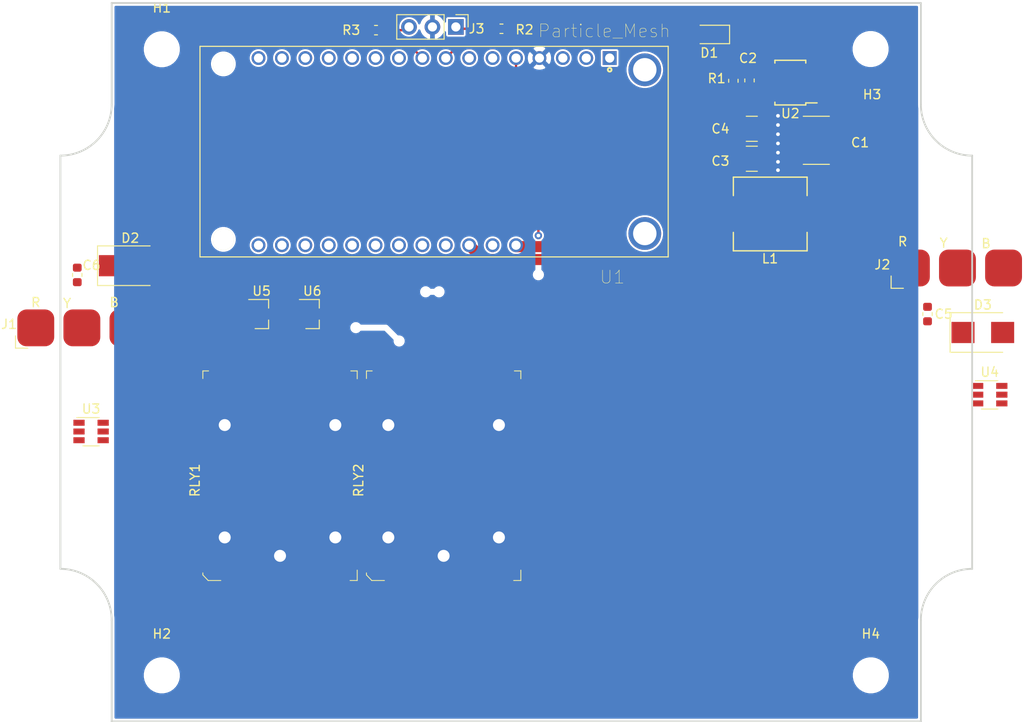
<source format=kicad_pcb>
(kicad_pcb (version 20171130) (host pcbnew 5.1.4)

  (general
    (thickness 1.6)
    (drawings 16)
    (tracks 56)
    (zones 0)
    (modules 28)
    (nets 57)
  )

  (page A4)
  (layers
    (0 F.Cu signal)
    (31 B.Cu signal)
    (32 B.Adhes user)
    (33 F.Adhes user)
    (34 B.Paste user)
    (35 F.Paste user)
    (36 B.SilkS user)
    (37 F.SilkS user)
    (38 B.Mask user)
    (39 F.Mask user)
    (40 Dwgs.User user)
    (41 Cmts.User user)
    (42 Eco1.User user)
    (43 Eco2.User user)
    (44 Edge.Cuts user)
    (45 Margin user)
    (46 B.CrtYd user)
    (47 F.CrtYd user)
    (48 B.Fab user)
    (49 F.Fab user hide)
  )

  (setup
    (last_trace_width 0.25)
    (user_trace_width 0.7)
    (user_trace_width 1.2)
    (user_trace_width 1.9)
    (trace_clearance 0.2)
    (zone_clearance 0.2032)
    (zone_45_only no)
    (trace_min 0.2)
    (via_size 0.8)
    (via_drill 0.4)
    (via_min_size 0.2)
    (via_min_drill 0.3)
    (user_via 1.2 0.8)
    (uvia_size 0.3)
    (uvia_drill 0.1)
    (uvias_allowed no)
    (uvia_min_size 0.2)
    (uvia_min_drill 0.1)
    (edge_width 0.05)
    (segment_width 0.2)
    (pcb_text_width 0.3)
    (pcb_text_size 1.5 1.5)
    (mod_edge_width 0.12)
    (mod_text_size 1 1)
    (mod_text_width 0.15)
    (pad_size 1.524 1.524)
    (pad_drill 0.762)
    (pad_to_mask_clearance 0.0508)
    (solder_mask_min_width 0.32)
    (aux_axis_origin 0 0)
    (visible_elements FFFFFF7F)
    (pcbplotparams
      (layerselection 0x310fc_ffffffff)
      (usegerberextensions false)
      (usegerberattributes false)
      (usegerberadvancedattributes false)
      (creategerberjobfile false)
      (excludeedgelayer true)
      (linewidth 0.100000)
      (plotframeref false)
      (viasonmask false)
      (mode 1)
      (useauxorigin false)
      (hpglpennumber 1)
      (hpglpenspeed 20)
      (hpglpendiameter 15.000000)
      (psnegative false)
      (psa4output false)
      (plotreference true)
      (plotvalue true)
      (plotinvisibletext false)
      (padsonsilk false)
      (subtractmaskfromsilk false)
      (outputformat 1)
      (mirror false)
      (drillshape 0)
      (scaleselection 1)
      (outputdirectory "mfg"))
  )

  (net 0 "")
  (net 1 "Net-(U1-Pad26)")
  (net 2 "Net-(U1-Pad25)")
  (net 3 "Net-(U1-Pad24)")
  (net 4 "Net-(U1-Pad23)")
  (net 5 "Net-(U1-Pad22)")
  (net 6 "Net-(U1-Pad21)")
  (net 7 "Net-(U1-Pad20)")
  (net 8 "Net-(U1-Pad18)")
  (net 9 "Net-(U1-Pad16)")
  (net 10 "Net-(U1-Pad15)")
  (net 11 "Net-(U1-Pad14)")
  (net 12 "Net-(U1-Pad13)")
  (net 13 "Net-(U1-Pad12)")
  (net 14 "Net-(U1-Pad11)")
  (net 15 "Net-(U1-Pad10)")
  (net 16 "Net-(U1-Pad7)")
  (net 17 "Net-(U1-Pad6)")
  (net 18 "Net-(U1-Pad5)")
  (net 19 "Net-(U1-Pad3)")
  (net 20 "Net-(U1-Pad1)")
  (net 21 "Net-(U1-PadS1)")
  (net 22 "Net-(U1-PadS2)")
  (net 23 "Net-(U2-Pad5)")
  (net 24 GND)
  (net 25 +24V)
  (net 26 /SDA)
  (net 27 /SCL)
  (net 28 +3V3)
  (net 29 "Net-(U2-Pad10)")
  (net 30 "Net-(U2-Pad12)")
  (net 31 "Net-(C2-Pad1)")
  (net 32 +5V)
  (net 33 "Net-(L1-Pad1)")
  (net 34 +BATT)
  (net 35 "Net-(D2-Pad1)")
  (net 36 "Net-(D3-Pad1)")
  (net 37 "Net-(J3-Pad3)")
  (net 38 "Net-(J3-Pad1)")
  (net 39 "Net-(R2-Pad1)")
  (net 40 "Net-(R3-Pad1)")
  (net 41 "Net-(RLY1-Pad4)")
  (net 42 "Net-(RLY1-Pad3)")
  (net 43 "Net-(RLY1-Pad5)")
  (net 44 "Net-(RLY1-Pad2)")
  (net 45 "Net-(RLY1-Pad1)")
  (net 46 "Net-(RLY2-Pad4)")
  (net 47 "Net-(RLY2-Pad3)")
  (net 48 "Net-(RLY2-Pad5)")
  (net 49 "Net-(RLY2-Pad2)")
  (net 50 "Net-(RLY2-Pad1)")
  (net 51 "Net-(U5-Pad3)")
  (net 52 "Net-(U5-Pad2)")
  (net 53 "Net-(U5-Pad1)")
  (net 54 "Net-(U6-Pad3)")
  (net 55 "Net-(U6-Pad2)")
  (net 56 "Net-(U6-Pad1)")

  (net_class Default "This is the default net class."
    (clearance 0.2)
    (trace_width 0.25)
    (via_dia 0.8)
    (via_drill 0.4)
    (uvia_dia 0.3)
    (uvia_drill 0.1)
    (add_net +24V)
    (add_net +3V3)
    (add_net +5V)
    (add_net +BATT)
    (add_net /SCL)
    (add_net /SDA)
    (add_net GND)
    (add_net "Net-(C2-Pad1)")
    (add_net "Net-(D2-Pad1)")
    (add_net "Net-(D3-Pad1)")
    (add_net "Net-(J3-Pad1)")
    (add_net "Net-(J3-Pad3)")
    (add_net "Net-(L1-Pad1)")
    (add_net "Net-(R2-Pad1)")
    (add_net "Net-(R3-Pad1)")
    (add_net "Net-(RLY1-Pad1)")
    (add_net "Net-(RLY1-Pad2)")
    (add_net "Net-(RLY1-Pad3)")
    (add_net "Net-(RLY1-Pad4)")
    (add_net "Net-(RLY1-Pad5)")
    (add_net "Net-(RLY2-Pad1)")
    (add_net "Net-(RLY2-Pad2)")
    (add_net "Net-(RLY2-Pad3)")
    (add_net "Net-(RLY2-Pad4)")
    (add_net "Net-(RLY2-Pad5)")
    (add_net "Net-(U1-Pad1)")
    (add_net "Net-(U1-Pad10)")
    (add_net "Net-(U1-Pad11)")
    (add_net "Net-(U1-Pad12)")
    (add_net "Net-(U1-Pad13)")
    (add_net "Net-(U1-Pad14)")
    (add_net "Net-(U1-Pad15)")
    (add_net "Net-(U1-Pad16)")
    (add_net "Net-(U1-Pad18)")
    (add_net "Net-(U1-Pad20)")
    (add_net "Net-(U1-Pad21)")
    (add_net "Net-(U1-Pad22)")
    (add_net "Net-(U1-Pad23)")
    (add_net "Net-(U1-Pad24)")
    (add_net "Net-(U1-Pad25)")
    (add_net "Net-(U1-Pad26)")
    (add_net "Net-(U1-Pad3)")
    (add_net "Net-(U1-Pad5)")
    (add_net "Net-(U1-Pad6)")
    (add_net "Net-(U1-Pad7)")
    (add_net "Net-(U1-PadS1)")
    (add_net "Net-(U1-PadS2)")
    (add_net "Net-(U2-Pad10)")
    (add_net "Net-(U2-Pad12)")
    (add_net "Net-(U2-Pad5)")
    (add_net "Net-(U5-Pad1)")
    (add_net "Net-(U5-Pad2)")
    (add_net "Net-(U5-Pad3)")
    (add_net "Net-(U6-Pad1)")
    (add_net "Net-(U6-Pad2)")
    (add_net "Net-(U6-Pad3)")
  )

  (module BEC:feather (layer F.Cu) (tedit 0) (tstamp 5D5E671F)
    (at 132.215 83.365 180)
    (path /5D5D5E60)
    (fp_text reference U1 (at -19.3446 -13.6176) (layer F.SilkS)
      (effects (font (size 1.40294 1.40294) (thickness 0.05)))
    )
    (fp_text value Particle_Mesh (at -18.456 13.1101) (layer F.SilkS)
      (effects (font (size 1.40312 1.40312) (thickness 0.05)))
    )
    (fp_circle (center -19.05 8.89) (end -18.85 8.89) (layer F.SilkS) (width 0.2032))
    (fp_line (start -25.65 11.68) (end -25.65 -11.68) (layer Eco1.User) (width 0.05))
    (fp_line (start 25.65 11.68) (end -25.65 11.68) (layer Eco1.User) (width 0.05))
    (fp_line (start 25.65 -11.68) (end 25.65 11.68) (layer Eco1.User) (width 0.05))
    (fp_line (start -25.65 -11.68) (end 25.65 -11.68) (layer Eco1.User) (width 0.05))
    (fp_line (start -25.4 11.43) (end -25.4 -11.43) (layer F.SilkS) (width 0.127))
    (fp_line (start 25.4 11.43) (end -25.4 11.43) (layer F.SilkS) (width 0.127))
    (fp_line (start 25.4 -11.43) (end 25.4 11.43) (layer F.SilkS) (width 0.127))
    (fp_line (start -25.4 -11.43) (end 25.4 -11.43) (layer F.SilkS) (width 0.127))
    (pad 28 thru_hole circle (at 19.05 -10.16 270) (size 1.508 1.508) (drill 1) (layers *.Cu *.Mask)
      (net 26 /SDA))
    (pad 27 thru_hole circle (at 16.51 -10.16 270) (size 1.508 1.508) (drill 1) (layers *.Cu *.Mask)
      (net 27 /SCL))
    (pad 26 thru_hole circle (at 13.97 -10.16 270) (size 1.508 1.508) (drill 1) (layers *.Cu *.Mask)
      (net 1 "Net-(U1-Pad26)"))
    (pad 25 thru_hole circle (at 11.43 -10.16 270) (size 1.508 1.508) (drill 1) (layers *.Cu *.Mask)
      (net 2 "Net-(U1-Pad25)"))
    (pad 24 thru_hole circle (at 8.89 -10.16 270) (size 1.508 1.508) (drill 1) (layers *.Cu *.Mask)
      (net 3 "Net-(U1-Pad24)"))
    (pad 23 thru_hole circle (at 6.35 -10.16 270) (size 1.508 1.508) (drill 1) (layers *.Cu *.Mask)
      (net 4 "Net-(U1-Pad23)"))
    (pad 22 thru_hole circle (at 3.81 -10.16 270) (size 1.508 1.508) (drill 1) (layers *.Cu *.Mask)
      (net 5 "Net-(U1-Pad22)"))
    (pad 21 thru_hole circle (at 1.27 -10.16 270) (size 1.508 1.508) (drill 1) (layers *.Cu *.Mask)
      (net 6 "Net-(U1-Pad21)"))
    (pad 20 thru_hole circle (at -1.27 -10.16 270) (size 1.508 1.508) (drill 1) (layers *.Cu *.Mask)
      (net 7 "Net-(U1-Pad20)"))
    (pad 19 thru_hole circle (at -3.81 -10.16 270) (size 1.508 1.508) (drill 1) (layers *.Cu *.Mask)
      (net 32 +5V))
    (pad 18 thru_hole circle (at -6.35 -10.16 270) (size 1.508 1.508) (drill 1) (layers *.Cu *.Mask)
      (net 8 "Net-(U1-Pad18)"))
    (pad 17 thru_hole circle (at -8.89 -10.16 270) (size 1.508 1.508) (drill 1) (layers *.Cu *.Mask)
      (net 34 +BATT))
    (pad 16 thru_hole circle (at 19.05 10.16 180) (size 1.508 1.508) (drill 1) (layers *.Cu *.Mask)
      (net 9 "Net-(U1-Pad16)"))
    (pad 15 thru_hole circle (at 16.51 10.16 180) (size 1.508 1.508) (drill 1) (layers *.Cu *.Mask)
      (net 10 "Net-(U1-Pad15)"))
    (pad 14 thru_hole circle (at 13.97 10.16 180) (size 1.508 1.508) (drill 1) (layers *.Cu *.Mask)
      (net 11 "Net-(U1-Pad14)"))
    (pad 13 thru_hole circle (at 11.43 10.16 180) (size 1.508 1.508) (drill 1) (layers *.Cu *.Mask)
      (net 12 "Net-(U1-Pad13)"))
    (pad 12 thru_hole circle (at 8.89 10.16 180) (size 1.508 1.508) (drill 1) (layers *.Cu *.Mask)
      (net 13 "Net-(U1-Pad12)"))
    (pad 11 thru_hole circle (at 6.35 10.16 180) (size 1.508 1.508) (drill 1) (layers *.Cu *.Mask)
      (net 14 "Net-(U1-Pad11)"))
    (pad 10 thru_hole circle (at 3.81 10.16 180) (size 1.508 1.508) (drill 1) (layers *.Cu *.Mask)
      (net 15 "Net-(U1-Pad10)"))
    (pad 9 thru_hole circle (at 1.27 10.16 180) (size 1.508 1.508) (drill 1) (layers *.Cu *.Mask)
      (net 40 "Net-(R3-Pad1)"))
    (pad 8 thru_hole circle (at -1.27 10.16 180) (size 1.508 1.508) (drill 1) (layers *.Cu *.Mask)
      (net 39 "Net-(R2-Pad1)"))
    (pad 7 thru_hole circle (at -3.81 10.16 180) (size 1.508 1.508) (drill 1) (layers *.Cu *.Mask)
      (net 16 "Net-(U1-Pad7)"))
    (pad 6 thru_hole circle (at -6.35 10.16 180) (size 1.508 1.508) (drill 1) (layers *.Cu *.Mask)
      (net 17 "Net-(U1-Pad6)"))
    (pad 5 thru_hole circle (at -8.89 10.16 180) (size 1.508 1.508) (drill 1) (layers *.Cu *.Mask)
      (net 18 "Net-(U1-Pad5)"))
    (pad 4 thru_hole circle (at -11.43 10.16 180) (size 1.508 1.508) (drill 1) (layers *.Cu *.Mask)
      (net 24 GND))
    (pad 3 thru_hole circle (at -13.97 10.16 180) (size 1.508 1.508) (drill 1) (layers *.Cu *.Mask)
      (net 19 "Net-(U1-Pad3)"))
    (pad 2 thru_hole circle (at -16.51 10.16 180) (size 1.508 1.508) (drill 1) (layers *.Cu *.Mask)
      (net 28 +3V3))
    (pad 1 thru_hole rect (at -19.05 10.16 180) (size 1.508 1.508) (drill 1) (layers *.Cu *.Mask)
      (net 20 "Net-(U1-Pad1)"))
    (pad S1 thru_hole circle (at -22.86 8.89 180) (size 3.556 3.556) (drill 2.54) (layers *.Cu *.Mask)
      (net 21 "Net-(U1-PadS1)"))
    (pad S2 thru_hole circle (at -22.86 -8.89 180) (size 3.556 3.556) (drill 2.54) (layers *.Cu *.Mask)
      (net 22 "Net-(U1-PadS2)"))
    (pad Hole np_thru_hole circle (at 22.86 -9.525 180) (size 2.286 2.286) (drill 2.286) (layers *.Cu *.Mask F.SilkS))
    (pad Hole np_thru_hole circle (at 22.86 9.525 180) (size 2.286 2.286) (drill 2.286) (layers *.Cu *.Mask F.SilkS))
  )

  (module Package_TO_SOT_SMD:SOT-23 (layer F.Cu) (tedit 5A02FF57) (tstamp 5D8021CA)
    (at 119 101)
    (descr "SOT-23, Standard")
    (tags SOT-23)
    (path /5D805889)
    (attr smd)
    (fp_text reference U6 (at 0 -2.5) (layer F.SilkS)
      (effects (font (size 1 1) (thickness 0.15)))
    )
    (fp_text value MDC3105LT1G (at 0 2.5) (layer F.Fab)
      (effects (font (size 1 1) (thickness 0.15)))
    )
    (fp_line (start 0.76 1.58) (end -0.7 1.58) (layer F.SilkS) (width 0.12))
    (fp_line (start 0.76 -1.58) (end -1.4 -1.58) (layer F.SilkS) (width 0.12))
    (fp_line (start -1.7 1.75) (end -1.7 -1.75) (layer F.CrtYd) (width 0.05))
    (fp_line (start 1.7 1.75) (end -1.7 1.75) (layer F.CrtYd) (width 0.05))
    (fp_line (start 1.7 -1.75) (end 1.7 1.75) (layer F.CrtYd) (width 0.05))
    (fp_line (start -1.7 -1.75) (end 1.7 -1.75) (layer F.CrtYd) (width 0.05))
    (fp_line (start 0.76 -1.58) (end 0.76 -0.65) (layer F.SilkS) (width 0.12))
    (fp_line (start 0.76 1.58) (end 0.76 0.65) (layer F.SilkS) (width 0.12))
    (fp_line (start -0.7 1.52) (end 0.7 1.52) (layer F.Fab) (width 0.1))
    (fp_line (start 0.7 -1.52) (end 0.7 1.52) (layer F.Fab) (width 0.1))
    (fp_line (start -0.7 -0.95) (end -0.15 -1.52) (layer F.Fab) (width 0.1))
    (fp_line (start -0.15 -1.52) (end 0.7 -1.52) (layer F.Fab) (width 0.1))
    (fp_line (start -0.7 -0.95) (end -0.7 1.5) (layer F.Fab) (width 0.1))
    (fp_text user %R (at 0 0 90) (layer F.Fab)
      (effects (font (size 0.5 0.5) (thickness 0.075)))
    )
    (pad 3 smd rect (at 1 0) (size 0.9 0.8) (layers F.Cu F.Paste F.Mask)
      (net 54 "Net-(U6-Pad3)"))
    (pad 2 smd rect (at -1 0.95) (size 0.9 0.8) (layers F.Cu F.Paste F.Mask)
      (net 55 "Net-(U6-Pad2)"))
    (pad 1 smd rect (at -1 -0.95) (size 0.9 0.8) (layers F.Cu F.Paste F.Mask)
      (net 56 "Net-(U6-Pad1)"))
    (model ${KISYS3DMOD}/Package_TO_SOT_SMD.3dshapes/SOT-23.wrl
      (at (xyz 0 0 0))
      (scale (xyz 1 1 1))
      (rotate (xyz 0 0 0))
    )
  )

  (module Package_TO_SOT_SMD:SOT-23 (layer F.Cu) (tedit 5A02FF57) (tstamp 5D802206)
    (at 113.5 101)
    (descr "SOT-23, Standard")
    (tags SOT-23)
    (path /5D805251)
    (attr smd)
    (fp_text reference U5 (at 0 -2.5) (layer F.SilkS)
      (effects (font (size 1 1) (thickness 0.15)))
    )
    (fp_text value MDC3105LT1G (at 0 2.5) (layer F.Fab)
      (effects (font (size 1 1) (thickness 0.15)))
    )
    (fp_line (start 0.76 1.58) (end -0.7 1.58) (layer F.SilkS) (width 0.12))
    (fp_line (start 0.76 -1.58) (end -1.4 -1.58) (layer F.SilkS) (width 0.12))
    (fp_line (start -1.7 1.75) (end -1.7 -1.75) (layer F.CrtYd) (width 0.05))
    (fp_line (start 1.7 1.75) (end -1.7 1.75) (layer F.CrtYd) (width 0.05))
    (fp_line (start 1.7 -1.75) (end 1.7 1.75) (layer F.CrtYd) (width 0.05))
    (fp_line (start -1.7 -1.75) (end 1.7 -1.75) (layer F.CrtYd) (width 0.05))
    (fp_line (start 0.76 -1.58) (end 0.76 -0.65) (layer F.SilkS) (width 0.12))
    (fp_line (start 0.76 1.58) (end 0.76 0.65) (layer F.SilkS) (width 0.12))
    (fp_line (start -0.7 1.52) (end 0.7 1.52) (layer F.Fab) (width 0.1))
    (fp_line (start 0.7 -1.52) (end 0.7 1.52) (layer F.Fab) (width 0.1))
    (fp_line (start -0.7 -0.95) (end -0.15 -1.52) (layer F.Fab) (width 0.1))
    (fp_line (start -0.15 -1.52) (end 0.7 -1.52) (layer F.Fab) (width 0.1))
    (fp_line (start -0.7 -0.95) (end -0.7 1.5) (layer F.Fab) (width 0.1))
    (fp_text user %R (at 0 0 90) (layer F.Fab)
      (effects (font (size 0.5 0.5) (thickness 0.075)))
    )
    (pad 3 smd rect (at 1 0) (size 0.9 0.8) (layers F.Cu F.Paste F.Mask)
      (net 51 "Net-(U5-Pad3)"))
    (pad 2 smd rect (at -1 0.95) (size 0.9 0.8) (layers F.Cu F.Paste F.Mask)
      (net 52 "Net-(U5-Pad2)"))
    (pad 1 smd rect (at -1 -0.95) (size 0.9 0.8) (layers F.Cu F.Paste F.Mask)
      (net 53 "Net-(U5-Pad1)"))
    (model ${KISYS3DMOD}/Package_TO_SOT_SMD.3dshapes/SOT-23.wrl
      (at (xyz 0 0 0))
      (scale (xyz 1 1 1))
      (rotate (xyz 0 0 0))
    )
  )

  (module Package_SO:MSOP-12-16-1EP_3x4mm_P0.5mm_EP1.65x2.85mm (layer F.Cu) (tedit 5A672134) (tstamp 5D608D57)
    (at 170.867 75.873 180)
    (descr "10-Lead Plastic Micro Small Outline Package (MS) [MSOP] (see Microchip Packaging Specification 00000049BS.pdf)")
    (tags "SSOP 0.5")
    (path /5D5F3C86)
    (attr smd)
    (fp_text reference U2 (at 0 -3.35) (layer F.SilkS)
      (effects (font (size 1 1) (thickness 0.15)))
    )
    (fp_text value LTC3630 (at 0 3.5) (layer F.Fab)
      (effects (font (size 1 1) (thickness 0.15)))
    )
    (fp_text user %R (at 0 0) (layer F.Fab)
      (effects (font (size 0.6 0.6) (thickness 0.09)))
    )
    (fp_line (start -1.675 -2.2) (end -2.9 -2.2) (layer F.SilkS) (width 0.15))
    (fp_line (start -1.675 2.425) (end 1.675 2.425) (layer F.SilkS) (width 0.15))
    (fp_line (start -1.675 -2.425) (end 1.675 -2.425) (layer F.SilkS) (width 0.15))
    (fp_line (start -1.675 2.425) (end -1.675 2.125) (layer F.SilkS) (width 0.15))
    (fp_line (start 1.675 2.425) (end 1.675 2.125) (layer F.SilkS) (width 0.15))
    (fp_line (start 1.675 -2.425) (end 1.675 -2.125) (layer F.SilkS) (width 0.15))
    (fp_line (start -1.675 -2.425) (end -1.675 -2.2) (layer F.SilkS) (width 0.15))
    (fp_line (start -3.15 2.6) (end 3.15 2.6) (layer F.CrtYd) (width 0.05))
    (fp_line (start -3.15 -2.6) (end 3.15 -2.6) (layer F.CrtYd) (width 0.05))
    (fp_line (start 3.15 -2.6) (end 3.15 2.6) (layer F.CrtYd) (width 0.05))
    (fp_line (start -3.15 -2.6) (end -3.15 2.6) (layer F.CrtYd) (width 0.05))
    (fp_line (start -1.5 -1) (end -0.5 -2) (layer F.Fab) (width 0.15))
    (fp_line (start -1.5 2) (end -1.5 -1) (layer F.Fab) (width 0.15))
    (fp_line (start 1.5 2) (end -1.5 2) (layer F.Fab) (width 0.15))
    (fp_line (start 1.5 -2) (end 1.5 2) (layer F.Fab) (width 0.15))
    (fp_line (start -0.5 -2) (end 1.5 -2) (layer F.Fab) (width 0.15))
    (pad "" smd rect (at 0.4125 0.95 180) (size 0.66 0.75) (layers F.Paste))
    (pad "" smd rect (at -0.4125 0.95 180) (size 0.66 0.75) (layers F.Paste))
    (pad "" smd rect (at 0.4125 0 180) (size 0.66 0.75) (layers F.Paste))
    (pad "" smd rect (at -0.4125 0 180) (size 0.66 0.75) (layers F.Paste))
    (pad "" smd rect (at -0.4125 -0.95 180) (size 0.66 0.75) (layers F.Paste))
    (pad "" smd rect (at 0.4125 -0.95 180) (size 0.66 0.75) (layers F.Paste))
    (pad 17 smd rect (at 0 0 180) (size 1.65 2.85) (layers F.Cu F.Mask)
      (net 24 GND))
    (pad 9 smd rect (at 2.2 1.75 180) (size 1.4 0.3) (layers F.Cu F.Paste F.Mask)
      (net 32 +5V))
    (pad 10 smd rect (at 2.2 1.25 180) (size 1.4 0.3) (layers F.Cu F.Paste F.Mask)
      (net 29 "Net-(U2-Pad10)"))
    (pad 11 smd rect (at 2.2 0.75 180) (size 1.4 0.3) (layers F.Cu F.Paste F.Mask)
      (net 31 "Net-(C2-Pad1)"))
    (pad 8 smd rect (at -2.2 1.75 180) (size 1.4 0.3) (layers F.Cu F.Paste F.Mask)
      (net 24 GND))
    (pad 7 smd rect (at -2.2 1.25 180) (size 1.4 0.3) (layers F.Cu F.Paste F.Mask)
      (net 29 "Net-(U2-Pad10)"))
    (pad 6 smd rect (at -2.2 0.75 180) (size 1.4 0.3) (layers F.Cu F.Paste F.Mask)
      (net 24 GND))
    (pad 16 smd rect (at 2.2 -1.75 180) (size 1.4 0.3) (layers F.Cu F.Paste F.Mask)
      (net 24 GND))
    (pad 14 smd rect (at 2.2 -0.75 180) (size 1.4 0.3) (layers F.Cu F.Paste F.Mask)
      (net 24 GND))
    (pad 12 smd rect (at 2.2 0.25 180) (size 1.4 0.3) (layers F.Cu F.Paste F.Mask)
      (net 30 "Net-(U2-Pad12)"))
    (pad 5 smd rect (at -2.2 0.25 180) (size 1.4 0.3) (layers F.Cu F.Paste F.Mask)
      (net 23 "Net-(U2-Pad5)"))
    (pad 3 smd rect (at -2.2 -0.75 180) (size 1.4 0.3) (layers F.Cu F.Paste F.Mask)
      (net 25 +24V))
    (pad 1 smd rect (at -2.2 -1.75 180) (size 1.4 0.3) (layers F.Cu F.Paste F.Mask)
      (net 33 "Net-(L1-Pad1)"))
    (model ${KISYS3DMOD}/Package_SO.3dshapes/MSOP-12-16-1EP_3x4mm_P0.5mm_EP1.65x2.85mm.wrl
      (at (xyz 0 0 0))
      (scale (xyz 1 1 1))
      (rotate (xyz 0 0 0))
    )
  )

  (module digikey-footprints:Relay_THT_G5LE-14 (layer F.Cu) (tedit 5AFB6633) (tstamp 5D802180)
    (at 133.25 127.25 90)
    (path /5D8044F8)
    (fp_text reference RLY2 (at 8.2 -9.225 90) (layer F.SilkS)
      (effects (font (size 1 1) (thickness 0.15)))
    )
    (fp_text value G5LE-14_DC5 (at 9.025 9.45 90) (layer F.Fab)
      (effects (font (size 1 1) (thickness 0.15)))
    )
    (fp_line (start 19.95 -8.25) (end 19.95 8.25) (layer F.Fab) (width 0.1))
    (fp_line (start -2.55 8.25) (end 19.95 8.25) (layer F.Fab) (width 0.1))
    (fp_line (start 20.075 -8.375) (end 20.075 -7.75) (layer F.SilkS) (width 0.1))
    (fp_line (start 19.25 -8.375) (end 20.075 -8.375) (layer F.SilkS) (width 0.1))
    (fp_line (start 20.075 8.375) (end 19.225 8.375) (layer F.SilkS) (width 0.1))
    (fp_line (start 20.075 7.675) (end 20.075 8.375) (layer F.SilkS) (width 0.1))
    (fp_line (start -2.675 8.375) (end -2.675 7.6) (layer F.SilkS) (width 0.1))
    (fp_line (start -1.55 8.375) (end -2.675 8.375) (layer F.SilkS) (width 0.1))
    (fp_line (start -2.025 -8.25) (end -2.55 -7.75) (layer F.Fab) (width 0.1))
    (fp_line (start -2.025 -8.25) (end 19.95 -8.25) (layer F.Fab) (width 0.1))
    (fp_line (start -2.55 -7.75) (end -2.55 8.25) (layer F.Fab) (width 0.1))
    (fp_line (start -2.675 -7.8) (end -2.675 -6.425) (layer F.SilkS) (width 0.1))
    (fp_line (start -2.075 -8.375) (end -2.675 -7.8) (layer F.SilkS) (width 0.1))
    (fp_line (start -1.85 -8.375) (end -2.075 -8.375) (layer F.SilkS) (width 0.1))
    (fp_line (start -2.85 -8.55) (end 20.25 -8.55) (layer F.CrtYd) (width 0.05))
    (fp_line (start 20.25 -8.55) (end 20.25 8.55) (layer F.CrtYd) (width 0.05))
    (fp_line (start 20.25 8.55) (end -2.85 8.55) (layer F.CrtYd) (width 0.05))
    (fp_line (start -2.85 -8.55) (end -2.85 8.55) (layer F.CrtYd) (width 0.05))
    (fp_text user %R (at 8.725 -0.125 90) (layer F.Fab)
      (effects (font (size 1 1) (thickness 0.15)))
    )
    (pad 4 thru_hole circle (at 14.2 -6 90) (size 2.3 2.3) (drill 1.3) (layers *.Cu *.Mask)
      (net 46 "Net-(RLY2-Pad4)"))
    (pad 3 thru_hole circle (at 14.2 6 90) (size 2.3 2.3) (drill 1.3) (layers *.Cu *.Mask)
      (net 47 "Net-(RLY2-Pad3)"))
    (pad 5 thru_hole circle (at 2 -6 90) (size 2.3 2.3) (drill 1.3) (layers *.Cu *.Mask)
      (net 48 "Net-(RLY2-Pad5)"))
    (pad 2 thru_hole circle (at 2 6 90) (size 2.3 2.3) (drill 1.3) (layers *.Cu *.Mask)
      (net 49 "Net-(RLY2-Pad2)"))
    (pad 1 thru_hole rect (at 0 0 90) (size 2.3 2.3) (drill 1.3) (layers *.Cu *.Mask)
      (net 50 "Net-(RLY2-Pad1)"))
  )

  (module digikey-footprints:Relay_THT_G5LE-14 (layer F.Cu) (tedit 5AFB6633) (tstamp 5D80212F)
    (at 115.5 127.25 90)
    (path /5D802755)
    (fp_text reference RLY1 (at 8.2 -9.225 90) (layer F.SilkS)
      (effects (font (size 1 1) (thickness 0.15)))
    )
    (fp_text value G5LE-14_DC5 (at 9.025 9.45 90) (layer F.Fab)
      (effects (font (size 1 1) (thickness 0.15)))
    )
    (fp_line (start 19.95 -8.25) (end 19.95 8.25) (layer F.Fab) (width 0.1))
    (fp_line (start -2.55 8.25) (end 19.95 8.25) (layer F.Fab) (width 0.1))
    (fp_line (start 20.075 -8.375) (end 20.075 -7.75) (layer F.SilkS) (width 0.1))
    (fp_line (start 19.25 -8.375) (end 20.075 -8.375) (layer F.SilkS) (width 0.1))
    (fp_line (start 20.075 8.375) (end 19.225 8.375) (layer F.SilkS) (width 0.1))
    (fp_line (start 20.075 7.675) (end 20.075 8.375) (layer F.SilkS) (width 0.1))
    (fp_line (start -2.675 8.375) (end -2.675 7.6) (layer F.SilkS) (width 0.1))
    (fp_line (start -1.55 8.375) (end -2.675 8.375) (layer F.SilkS) (width 0.1))
    (fp_line (start -2.025 -8.25) (end -2.55 -7.75) (layer F.Fab) (width 0.1))
    (fp_line (start -2.025 -8.25) (end 19.95 -8.25) (layer F.Fab) (width 0.1))
    (fp_line (start -2.55 -7.75) (end -2.55 8.25) (layer F.Fab) (width 0.1))
    (fp_line (start -2.675 -7.8) (end -2.675 -6.425) (layer F.SilkS) (width 0.1))
    (fp_line (start -2.075 -8.375) (end -2.675 -7.8) (layer F.SilkS) (width 0.1))
    (fp_line (start -1.85 -8.375) (end -2.075 -8.375) (layer F.SilkS) (width 0.1))
    (fp_line (start -2.85 -8.55) (end 20.25 -8.55) (layer F.CrtYd) (width 0.05))
    (fp_line (start 20.25 -8.55) (end 20.25 8.55) (layer F.CrtYd) (width 0.05))
    (fp_line (start 20.25 8.55) (end -2.85 8.55) (layer F.CrtYd) (width 0.05))
    (fp_line (start -2.85 -8.55) (end -2.85 8.55) (layer F.CrtYd) (width 0.05))
    (fp_text user %R (at 8.725 -0.125 90) (layer F.Fab)
      (effects (font (size 1 1) (thickness 0.15)))
    )
    (pad 4 thru_hole circle (at 14.2 -6 90) (size 2.3 2.3) (drill 1.3) (layers *.Cu *.Mask)
      (net 41 "Net-(RLY1-Pad4)"))
    (pad 3 thru_hole circle (at 14.2 6 90) (size 2.3 2.3) (drill 1.3) (layers *.Cu *.Mask)
      (net 42 "Net-(RLY1-Pad3)"))
    (pad 5 thru_hole circle (at 2 -6 90) (size 2.3 2.3) (drill 1.3) (layers *.Cu *.Mask)
      (net 43 "Net-(RLY1-Pad5)"))
    (pad 2 thru_hole circle (at 2 6 90) (size 2.3 2.3) (drill 1.3) (layers *.Cu *.Mask)
      (net 44 "Net-(RLY1-Pad2)"))
    (pad 1 thru_hole rect (at 0 0 90) (size 2.3 2.3) (drill 1.3) (layers *.Cu *.Mask)
      (net 45 "Net-(RLY1-Pad1)"))
  )

  (module Resistor_SMD:R_0603_1608Metric (layer F.Cu) (tedit 5B301BBD) (tstamp 5D65D4A0)
    (at 125.9125 70.175)
    (descr "Resistor SMD 0603 (1608 Metric), square (rectangular) end terminal, IPC_7351 nominal, (Body size source: http://www.tortai-tech.com/upload/download/2011102023233369053.pdf), generated with kicad-footprint-generator")
    (tags resistor)
    (path /5D669B4E)
    (attr smd)
    (fp_text reference R3 (at -2.6875 0) (layer F.SilkS)
      (effects (font (size 1 1) (thickness 0.15)))
    )
    (fp_text value 150 (at 0 1.43) (layer F.Fab)
      (effects (font (size 1 1) (thickness 0.15)))
    )
    (fp_text user %R (at 0 0) (layer F.Fab)
      (effects (font (size 0.4 0.4) (thickness 0.06)))
    )
    (fp_line (start 1.48 0.73) (end -1.48 0.73) (layer F.CrtYd) (width 0.05))
    (fp_line (start 1.48 -0.73) (end 1.48 0.73) (layer F.CrtYd) (width 0.05))
    (fp_line (start -1.48 -0.73) (end 1.48 -0.73) (layer F.CrtYd) (width 0.05))
    (fp_line (start -1.48 0.73) (end -1.48 -0.73) (layer F.CrtYd) (width 0.05))
    (fp_line (start -0.162779 0.51) (end 0.162779 0.51) (layer F.SilkS) (width 0.12))
    (fp_line (start -0.162779 -0.51) (end 0.162779 -0.51) (layer F.SilkS) (width 0.12))
    (fp_line (start 0.8 0.4) (end -0.8 0.4) (layer F.Fab) (width 0.1))
    (fp_line (start 0.8 -0.4) (end 0.8 0.4) (layer F.Fab) (width 0.1))
    (fp_line (start -0.8 -0.4) (end 0.8 -0.4) (layer F.Fab) (width 0.1))
    (fp_line (start -0.8 0.4) (end -0.8 -0.4) (layer F.Fab) (width 0.1))
    (pad 2 smd roundrect (at 0.7875 0) (size 0.875 0.95) (layers F.Cu F.Paste F.Mask) (roundrect_rratio 0.25)
      (net 37 "Net-(J3-Pad3)"))
    (pad 1 smd roundrect (at -0.7875 0) (size 0.875 0.95) (layers F.Cu F.Paste F.Mask) (roundrect_rratio 0.25)
      (net 40 "Net-(R3-Pad1)"))
    (model ${KISYS3DMOD}/Resistor_SMD.3dshapes/R_0603_1608Metric.wrl
      (at (xyz 0 0 0))
      (scale (xyz 1 1 1))
      (rotate (xyz 0 0 0))
    )
  )

  (module Resistor_SMD:R_0603_1608Metric (layer F.Cu) (tedit 5B301BBD) (tstamp 5D65D48F)
    (at 139.525 70.025 180)
    (descr "Resistor SMD 0603 (1608 Metric), square (rectangular) end terminal, IPC_7351 nominal, (Body size source: http://www.tortai-tech.com/upload/download/2011102023233369053.pdf), generated with kicad-footprint-generator")
    (tags resistor)
    (path /5D65FF5B)
    (attr smd)
    (fp_text reference R2 (at -2.5 -0.1) (layer F.SilkS)
      (effects (font (size 1 1) (thickness 0.15)))
    )
    (fp_text value 150 (at 0 1.43) (layer F.Fab)
      (effects (font (size 1 1) (thickness 0.15)))
    )
    (fp_text user %R (at 0 0) (layer F.Fab)
      (effects (font (size 0.4 0.4) (thickness 0.06)))
    )
    (fp_line (start 1.48 0.73) (end -1.48 0.73) (layer F.CrtYd) (width 0.05))
    (fp_line (start 1.48 -0.73) (end 1.48 0.73) (layer F.CrtYd) (width 0.05))
    (fp_line (start -1.48 -0.73) (end 1.48 -0.73) (layer F.CrtYd) (width 0.05))
    (fp_line (start -1.48 0.73) (end -1.48 -0.73) (layer F.CrtYd) (width 0.05))
    (fp_line (start -0.162779 0.51) (end 0.162779 0.51) (layer F.SilkS) (width 0.12))
    (fp_line (start -0.162779 -0.51) (end 0.162779 -0.51) (layer F.SilkS) (width 0.12))
    (fp_line (start 0.8 0.4) (end -0.8 0.4) (layer F.Fab) (width 0.1))
    (fp_line (start 0.8 -0.4) (end 0.8 0.4) (layer F.Fab) (width 0.1))
    (fp_line (start -0.8 -0.4) (end 0.8 -0.4) (layer F.Fab) (width 0.1))
    (fp_line (start -0.8 0.4) (end -0.8 -0.4) (layer F.Fab) (width 0.1))
    (pad 2 smd roundrect (at 0.7875 0 180) (size 0.875 0.95) (layers F.Cu F.Paste F.Mask) (roundrect_rratio 0.25)
      (net 38 "Net-(J3-Pad1)"))
    (pad 1 smd roundrect (at -0.7875 0 180) (size 0.875 0.95) (layers F.Cu F.Paste F.Mask) (roundrect_rratio 0.25)
      (net 39 "Net-(R2-Pad1)"))
    (model ${KISYS3DMOD}/Resistor_SMD.3dshapes/R_0603_1608Metric.wrl
      (at (xyz 0 0 0))
      (scale (xyz 1 1 1))
      (rotate (xyz 0 0 0))
    )
  )

  (module Connector_PinHeader_2.54mm:PinHeader_1x03_P2.54mm_Vertical (layer F.Cu) (tedit 59FED5CC) (tstamp 5D65D7C0)
    (at 134.575 69.825 270)
    (descr "Through hole straight pin header, 1x03, 2.54mm pitch, single row")
    (tags "Through hole pin header THT 1x03 2.54mm single row")
    (path /5D65EE33)
    (fp_text reference J3 (at 0.2 -2.25 180) (layer F.SilkS)
      (effects (font (size 1 1) (thickness 0.15)))
    )
    (fp_text value Conn_01x03 (at 0 7.41 90) (layer F.Fab)
      (effects (font (size 1 1) (thickness 0.15)))
    )
    (fp_text user %R (at 0 2.54) (layer F.Fab)
      (effects (font (size 1 1) (thickness 0.15)))
    )
    (fp_line (start 1.8 -1.8) (end -1.8 -1.8) (layer F.CrtYd) (width 0.05))
    (fp_line (start 1.8 6.85) (end 1.8 -1.8) (layer F.CrtYd) (width 0.05))
    (fp_line (start -1.8 6.85) (end 1.8 6.85) (layer F.CrtYd) (width 0.05))
    (fp_line (start -1.8 -1.8) (end -1.8 6.85) (layer F.CrtYd) (width 0.05))
    (fp_line (start -1.33 -1.33) (end 0 -1.33) (layer F.SilkS) (width 0.12))
    (fp_line (start -1.33 0) (end -1.33 -1.33) (layer F.SilkS) (width 0.12))
    (fp_line (start -1.33 1.27) (end 1.33 1.27) (layer F.SilkS) (width 0.12))
    (fp_line (start 1.33 1.27) (end 1.33 6.41) (layer F.SilkS) (width 0.12))
    (fp_line (start -1.33 1.27) (end -1.33 6.41) (layer F.SilkS) (width 0.12))
    (fp_line (start -1.33 6.41) (end 1.33 6.41) (layer F.SilkS) (width 0.12))
    (fp_line (start -1.27 -0.635) (end -0.635 -1.27) (layer F.Fab) (width 0.1))
    (fp_line (start -1.27 6.35) (end -1.27 -0.635) (layer F.Fab) (width 0.1))
    (fp_line (start 1.27 6.35) (end -1.27 6.35) (layer F.Fab) (width 0.1))
    (fp_line (start 1.27 -1.27) (end 1.27 6.35) (layer F.Fab) (width 0.1))
    (fp_line (start -0.635 -1.27) (end 1.27 -1.27) (layer F.Fab) (width 0.1))
    (pad 3 thru_hole oval (at 0 5.08 270) (size 1.7 1.7) (drill 1) (layers *.Cu *.Mask)
      (net 37 "Net-(J3-Pad3)"))
    (pad 2 thru_hole oval (at 0 2.54 270) (size 1.7 1.7) (drill 1) (layers *.Cu *.Mask)
      (net 24 GND))
    (pad 1 thru_hole rect (at 0 0 270) (size 1.7 1.7) (drill 1) (layers *.Cu *.Mask)
      (net 38 "Net-(J3-Pad1)"))
    (model ${KISYS3DMOD}/Connector_PinHeader_2.54mm.3dshapes/PinHeader_1x03_P2.54mm_Vertical.wrl
      (at (xyz 0 0 0))
      (scale (xyz 1 1 1))
      (rotate (xyz 0 0 0))
    )
  )

  (module BEC:xConnect_smd (layer F.Cu) (tedit 5D655AE7) (tstamp 5D620683)
    (at 184 96 90)
    (descr "mounting holes for xConnect connector")
    (tags "Through hole 1x03 single row")
    (path /5D626702)
    (attr smd)
    (fp_text reference J2 (at 0.36 -3.15 180) (layer F.SilkS)
      (effects (font (size 1 1) (thickness 0.15)))
    )
    (fp_text value xConnect_smd (at 0.3 12.8 90) (layer F.Fab)
      (effects (font (size 1 1) (thickness 0.15)))
    )
    (fp_text user B (at 2.66 8.1 180) (layer F.SilkS)
      (effects (font (size 1 1) (thickness 0.15)))
    )
    (fp_text user Y (at 2.71 3.5 180) (layer F.SilkS)
      (effects (font (size 1 1) (thickness 0.15)))
    )
    (fp_text user R (at 2.86 -0.95 180) (layer F.SilkS)
      (effects (font (size 1 1) (thickness 0.15)))
    )
    (fp_text user %R (at 0.1 4.9) (layer F.Fab)
      (effects (font (size 1 1) (thickness 0.15)))
    )
    (fp_line (start 2.3 -2.2) (end -2.2 -2.2) (layer F.CrtYd) (width 0.05))
    (fp_line (start 2.3 12.2) (end 2.3 -2.2) (layer F.CrtYd) (width 0.05))
    (fp_line (start -2.2 12.2) (end 2.3 12.2) (layer F.CrtYd) (width 0.05))
    (fp_line (start -2.2 -2.2) (end -2.2 12.2) (layer F.CrtYd) (width 0.05))
    (fp_line (start -2.2 -2.2) (end -0.87 -2.2) (layer F.SilkS) (width 0.12))
    (fp_line (start -2.2 -0.87) (end -2.2 -2.2) (layer F.SilkS) (width 0.12))
    (fp_line (start -2 -1.4) (end -1.4 -2) (layer F.Fab) (width 0.1))
    (fp_line (start -2 12) (end -2 -1.4) (layer F.Fab) (width 0.1))
    (fp_line (start 2 12) (end -2 12) (layer F.Fab) (width 0.1))
    (fp_line (start 2 -2) (end 2 12) (layer F.Fab) (width 0.1))
    (fp_line (start -1.4 -2) (end 2 -2) (layer F.Fab) (width 0.1))
    (pad B smd roundrect (at 0 10 90) (size 4 4) (layers F.Cu F.Paste F.Mask) (roundrect_rratio 0.25)
      (net 24 GND))
    (pad Y smd roundrect (at 0 5 90) (size 4 4) (layers F.Cu F.Paste F.Mask) (roundrect_rratio 0.25)
      (net 36 "Net-(D3-Pad1)"))
    (pad R smd roundrect (at 0 0 90) (size 4 4) (layers F.Cu F.Paste F.Mask) (roundrect_rratio 0.25)
      (net 25 +24V))
    (model ${KISYS3DMOD}/Connector_PinHeader_2.54mm.3dshapes/PinHeader_1x03_P2.54mm_Vertical.wrl
      (at (xyz 0 0 0))
      (scale (xyz 1 1 1))
      (rotate (xyz 0 0 0))
    )
  )

  (module BEC:xConnect_smd (layer F.Cu) (tedit 5D655AE7) (tstamp 5D62066D)
    (at 89 102.5 90)
    (descr "mounting holes for xConnect connector")
    (tags "Through hole 1x03 single row")
    (path /5D622C61)
    (attr smd)
    (fp_text reference J1 (at 0.4 -2.9 180) (layer F.SilkS)
      (effects (font (size 1 1) (thickness 0.15)))
    )
    (fp_text value xConnect_smd (at 0.3 12.8 90) (layer F.Fab)
      (effects (font (size 1 1) (thickness 0.15)))
    )
    (fp_text user B (at 2.76 8.5 180) (layer F.SilkS)
      (effects (font (size 1 1) (thickness 0.15)))
    )
    (fp_text user Y (at 2.66 3.4 180) (layer F.SilkS)
      (effects (font (size 1 1) (thickness 0.15)))
    )
    (fp_text user R (at 2.76 0 180) (layer F.SilkS)
      (effects (font (size 1 1) (thickness 0.15)))
    )
    (fp_text user %R (at 0.1 4.9 180) (layer F.Fab)
      (effects (font (size 1 1) (thickness 0.15)))
    )
    (fp_line (start 2.3 -2.2) (end -2.2 -2.2) (layer F.CrtYd) (width 0.05))
    (fp_line (start 2.3 12.2) (end 2.3 -2.2) (layer F.CrtYd) (width 0.05))
    (fp_line (start -2.2 12.2) (end 2.3 12.2) (layer F.CrtYd) (width 0.05))
    (fp_line (start -2.2 -2.2) (end -2.2 12.2) (layer F.CrtYd) (width 0.05))
    (fp_line (start -2.2 -2.2) (end -0.87 -2.2) (layer F.SilkS) (width 0.12))
    (fp_line (start -2.2 -0.87) (end -2.2 -2.2) (layer F.SilkS) (width 0.12))
    (fp_line (start -2 -1.4) (end -1.4 -2) (layer F.Fab) (width 0.1))
    (fp_line (start -2 12) (end -2 -1.4) (layer F.Fab) (width 0.1))
    (fp_line (start 2 12) (end -2 12) (layer F.Fab) (width 0.1))
    (fp_line (start 2 -2) (end 2 12) (layer F.Fab) (width 0.1))
    (fp_line (start -1.4 -2) (end 2 -2) (layer F.Fab) (width 0.1))
    (pad B smd roundrect (at 0 10 90) (size 4 4) (layers F.Cu F.Paste F.Mask) (roundrect_rratio 0.25)
      (net 24 GND))
    (pad Y smd roundrect (at 0 5 90) (size 4 4) (layers F.Cu F.Paste F.Mask) (roundrect_rratio 0.25)
      (net 35 "Net-(D2-Pad1)"))
    (pad R smd roundrect (at 0 0 90) (size 4 4) (layers F.Cu F.Paste F.Mask) (roundrect_rratio 0.25)
      (net 25 +24V))
    (model ${KISYS3DMOD}/Connector_PinHeader_2.54mm.3dshapes/PinHeader_1x03_P2.54mm_Vertical.wrl
      (at (xyz 0 0 0))
      (scale (xyz 1 1 1))
      (rotate (xyz 0 0 0))
    )
  )

  (module Diode_SMD:D_SMB (layer F.Cu) (tedit 58645DF3) (tstamp 5D65BC08)
    (at 191.75 103)
    (descr "Diode SMB (DO-214AA)")
    (tags "Diode SMB (DO-214AA)")
    (path /5D662E27)
    (attr smd)
    (fp_text reference D3 (at 0 -3) (layer F.SilkS)
      (effects (font (size 1 1) (thickness 0.15)))
    )
    (fp_text value SMBJ5.0A (at 0 3.1) (layer F.Fab)
      (effects (font (size 1 1) (thickness 0.15)))
    )
    (fp_line (start -3.55 -2.15) (end 2.15 -2.15) (layer F.SilkS) (width 0.12))
    (fp_line (start -3.55 2.15) (end 2.15 2.15) (layer F.SilkS) (width 0.12))
    (fp_line (start -0.64944 0.00102) (end 0.50118 -0.79908) (layer F.Fab) (width 0.1))
    (fp_line (start -0.64944 0.00102) (end 0.50118 0.75032) (layer F.Fab) (width 0.1))
    (fp_line (start 0.50118 0.75032) (end 0.50118 -0.79908) (layer F.Fab) (width 0.1))
    (fp_line (start -0.64944 -0.79908) (end -0.64944 0.80112) (layer F.Fab) (width 0.1))
    (fp_line (start 0.50118 0.00102) (end 1.4994 0.00102) (layer F.Fab) (width 0.1))
    (fp_line (start -0.64944 0.00102) (end -1.55114 0.00102) (layer F.Fab) (width 0.1))
    (fp_line (start -3.65 2.25) (end -3.65 -2.25) (layer F.CrtYd) (width 0.05))
    (fp_line (start 3.65 2.25) (end -3.65 2.25) (layer F.CrtYd) (width 0.05))
    (fp_line (start 3.65 -2.25) (end 3.65 2.25) (layer F.CrtYd) (width 0.05))
    (fp_line (start -3.65 -2.25) (end 3.65 -2.25) (layer F.CrtYd) (width 0.05))
    (fp_line (start 2.3 -2) (end -2.3 -2) (layer F.Fab) (width 0.1))
    (fp_line (start 2.3 -2) (end 2.3 2) (layer F.Fab) (width 0.1))
    (fp_line (start -2.3 2) (end -2.3 -2) (layer F.Fab) (width 0.1))
    (fp_line (start 2.3 2) (end -2.3 2) (layer F.Fab) (width 0.1))
    (fp_line (start -3.55 -2.15) (end -3.55 2.15) (layer F.SilkS) (width 0.12))
    (fp_text user %R (at 0 -3) (layer F.Fab)
      (effects (font (size 1 1) (thickness 0.15)))
    )
    (pad 2 smd rect (at 2.15 0) (size 2.5 2.3) (layers F.Cu F.Paste F.Mask)
      (net 24 GND))
    (pad 1 smd rect (at -2.15 0) (size 2.5 2.3) (layers F.Cu F.Paste F.Mask)
      (net 36 "Net-(D3-Pad1)"))
    (model ${KISYS3DMOD}/Diode_SMD.3dshapes/D_SMB.wrl
      (at (xyz 0 0 0))
      (scale (xyz 1 1 1))
      (rotate (xyz 0 0 0))
    )
  )

  (module Diode_SMD:D_SMB (layer F.Cu) (tedit 58645DF3) (tstamp 5D65BBF0)
    (at 99.25 95.75)
    (descr "Diode SMB (DO-214AA)")
    (tags "Diode SMB (DO-214AA)")
    (path /5D661DB4)
    (attr smd)
    (fp_text reference D2 (at 0 -3) (layer F.SilkS)
      (effects (font (size 1 1) (thickness 0.15)))
    )
    (fp_text value SMBJ5.0A (at 0 3.1) (layer F.Fab)
      (effects (font (size 1 1) (thickness 0.15)))
    )
    (fp_line (start -3.55 -2.15) (end 2.15 -2.15) (layer F.SilkS) (width 0.12))
    (fp_line (start -3.55 2.15) (end 2.15 2.15) (layer F.SilkS) (width 0.12))
    (fp_line (start -0.64944 0.00102) (end 0.50118 -0.79908) (layer F.Fab) (width 0.1))
    (fp_line (start -0.64944 0.00102) (end 0.50118 0.75032) (layer F.Fab) (width 0.1))
    (fp_line (start 0.50118 0.75032) (end 0.50118 -0.79908) (layer F.Fab) (width 0.1))
    (fp_line (start -0.64944 -0.79908) (end -0.64944 0.80112) (layer F.Fab) (width 0.1))
    (fp_line (start 0.50118 0.00102) (end 1.4994 0.00102) (layer F.Fab) (width 0.1))
    (fp_line (start -0.64944 0.00102) (end -1.55114 0.00102) (layer F.Fab) (width 0.1))
    (fp_line (start -3.65 2.25) (end -3.65 -2.25) (layer F.CrtYd) (width 0.05))
    (fp_line (start 3.65 2.25) (end -3.65 2.25) (layer F.CrtYd) (width 0.05))
    (fp_line (start 3.65 -2.25) (end 3.65 2.25) (layer F.CrtYd) (width 0.05))
    (fp_line (start -3.65 -2.25) (end 3.65 -2.25) (layer F.CrtYd) (width 0.05))
    (fp_line (start 2.3 -2) (end -2.3 -2) (layer F.Fab) (width 0.1))
    (fp_line (start 2.3 -2) (end 2.3 2) (layer F.Fab) (width 0.1))
    (fp_line (start -2.3 2) (end -2.3 -2) (layer F.Fab) (width 0.1))
    (fp_line (start 2.3 2) (end -2.3 2) (layer F.Fab) (width 0.1))
    (fp_line (start -3.55 -2.15) (end -3.55 2.15) (layer F.SilkS) (width 0.12))
    (fp_text user %R (at 0 -3) (layer F.Fab)
      (effects (font (size 1 1) (thickness 0.15)))
    )
    (pad 2 smd rect (at 2.15 0) (size 2.5 2.3) (layers F.Cu F.Paste F.Mask)
      (net 24 GND))
    (pad 1 smd rect (at -2.15 0) (size 2.5 2.3) (layers F.Cu F.Paste F.Mask)
      (net 35 "Net-(D2-Pad1)"))
    (model ${KISYS3DMOD}/Diode_SMD.3dshapes/D_SMB.wrl
      (at (xyz 0 0 0))
      (scale (xyz 1 1 1))
      (rotate (xyz 0 0 0))
    )
  )

  (module Diode_SMD:D_PowerDI-123 (layer F.Cu) (tedit 588FC24C) (tstamp 5D659D58)
    (at 162.073 70.643 180)
    (descr http://www.diodes.com/_files/datasheets/ds30497.pdf)
    (tags "PowerDI diode vishay")
    (path /5D66498A)
    (attr smd)
    (fp_text reference D1 (at 0 -2) (layer F.SilkS)
      (effects (font (size 1 1) (thickness 0.15)))
    )
    (fp_text value D_1A_30V_310mV (at 0 2.5) (layer F.Fab)
      (effects (font (size 1 1) (thickness 0.15)))
    )
    (fp_line (start -2.2 1) (end -2.2 -1) (layer F.SilkS) (width 0.12))
    (fp_line (start -2.2 1) (end 1 1) (layer F.SilkS) (width 0.12))
    (fp_line (start 1 -1) (end -2.2 -1) (layer F.SilkS) (width 0.12))
    (fp_line (start -2.5 1.3) (end -2.5 -1.3) (layer F.CrtYd) (width 0.05))
    (fp_line (start -2.5 -1.3) (end 2.5 -1.3) (layer F.CrtYd) (width 0.05))
    (fp_line (start 2.5 -1.3) (end 2.5 1.3) (layer F.CrtYd) (width 0.05))
    (fp_line (start 2.5 1.3) (end -2.5 1.3) (layer F.CrtYd) (width 0.05))
    (fp_line (start -1.4 -0.9) (end 1.4 -0.9) (layer F.Fab) (width 0.1))
    (fp_line (start 1.4 -0.9) (end 1.4 0.9) (layer F.Fab) (width 0.1))
    (fp_line (start 1.4 0.9) (end -1.4 0.9) (layer F.Fab) (width 0.1))
    (fp_line (start -1.4 0.9) (end -1.4 -0.9) (layer F.Fab) (width 0.1))
    (fp_line (start -0.8 0) (end -0.5 0) (layer F.Fab) (width 0.1))
    (fp_line (start -0.5 0) (end -0.5 -0.5) (layer F.Fab) (width 0.1))
    (fp_line (start -0.5 0) (end -0.5 0.5) (layer F.Fab) (width 0.1))
    (fp_line (start -0.5 0) (end 0.3 0.5) (layer F.Fab) (width 0.1))
    (fp_line (start 0.3 0.5) (end 0.3 -0.5) (layer F.Fab) (width 0.1))
    (fp_line (start 0.3 -0.5) (end -0.5 0) (layer F.Fab) (width 0.1))
    (fp_line (start 0.3 0) (end 0.7 0) (layer F.Fab) (width 0.1))
    (fp_text user %R (at 0 -2) (layer F.Fab)
      (effects (font (size 1 1) (thickness 0.15)))
    )
    (pad 2 smd rect (at 1.525 0) (size 1.05 1.5) (layers F.Cu F.Paste F.Mask)
      (net 34 +BATT))
    (pad 1 smd rect (at -0.85 0) (size 2.4 1.5) (layers F.Cu F.Paste F.Mask)
      (net 25 +24V))
    (model ${KISYS3DMOD}/Diode_SMD.3dshapes/D_PowerDI-123.wrl
      (at (xyz 0 0 0))
      (scale (xyz 1 1 1))
      (rotate (xyz 0 0 0))
    )
  )

  (module Capacitor_SMD:C_1210_3225Metric (layer F.Cu) (tedit 5B301BBE) (tstamp 5D608F0B)
    (at 166.685 80.885)
    (descr "Capacitor SMD 1210 (3225 Metric), square (rectangular) end terminal, IPC_7351 nominal, (Body size source: http://www.tortai-tech.com/upload/download/2011102023233369053.pdf), generated with kicad-footprint-generator")
    (tags capacitor)
    (path /5D612639)
    (attr smd)
    (fp_text reference C4 (at -3.4 0) (layer F.SilkS)
      (effects (font (size 1 1) (thickness 0.15)))
    )
    (fp_text value 100uF_6.3V (at -1.9 -1.25) (layer F.Fab)
      (effects (font (size 1 1) (thickness 0.15)))
    )
    (fp_text user %R (at 0 0) (layer F.Fab)
      (effects (font (size 0.8 0.8) (thickness 0.12)))
    )
    (fp_line (start 2.28 1.58) (end -2.28 1.58) (layer F.CrtYd) (width 0.05))
    (fp_line (start 2.28 -1.58) (end 2.28 1.58) (layer F.CrtYd) (width 0.05))
    (fp_line (start -2.28 -1.58) (end 2.28 -1.58) (layer F.CrtYd) (width 0.05))
    (fp_line (start -2.28 1.58) (end -2.28 -1.58) (layer F.CrtYd) (width 0.05))
    (fp_line (start -0.602064 1.36) (end 0.602064 1.36) (layer F.SilkS) (width 0.12))
    (fp_line (start -0.602064 -1.36) (end 0.602064 -1.36) (layer F.SilkS) (width 0.12))
    (fp_line (start 1.6 1.25) (end -1.6 1.25) (layer F.Fab) (width 0.1))
    (fp_line (start 1.6 -1.25) (end 1.6 1.25) (layer F.Fab) (width 0.1))
    (fp_line (start -1.6 -1.25) (end 1.6 -1.25) (layer F.Fab) (width 0.1))
    (fp_line (start -1.6 1.25) (end -1.6 -1.25) (layer F.Fab) (width 0.1))
    (pad 2 smd roundrect (at 1.4 0) (size 1.25 2.65) (layers F.Cu F.Paste F.Mask) (roundrect_rratio 0.2)
      (net 24 GND))
    (pad 1 smd roundrect (at -1.4 0) (size 1.25 2.65) (layers F.Cu F.Paste F.Mask) (roundrect_rratio 0.2)
      (net 32 +5V))
    (model ${KISYS3DMOD}/Capacitor_SMD.3dshapes/C_1210_3225Metric.wrl
      (at (xyz 0 0 0))
      (scale (xyz 1 1 1))
      (rotate (xyz 0 0 0))
    )
  )

  (module Capacitor_SMD:C_0603_1608Metric (layer F.Cu) (tedit 5B301BBE) (tstamp 5D608ECF)
    (at 166.435 75.635 270)
    (descr "Capacitor SMD 0603 (1608 Metric), square (rectangular) end terminal, IPC_7351 nominal, (Body size source: http://www.tortai-tech.com/upload/download/2011102023233369053.pdf), generated with kicad-footprint-generator")
    (tags capacitor)
    (path /5D61E27F)
    (attr smd)
    (fp_text reference C2 (at -2.41 0.16 180) (layer F.SilkS)
      (effects (font (size 1 1) (thickness 0.15)))
    )
    (fp_text value 100pF (at 0 1.43 90) (layer F.Fab)
      (effects (font (size 1 1) (thickness 0.15)))
    )
    (fp_text user %R (at 0 0 90) (layer F.Fab)
      (effects (font (size 0.4 0.4) (thickness 0.06)))
    )
    (fp_line (start 1.48 0.73) (end -1.48 0.73) (layer F.CrtYd) (width 0.05))
    (fp_line (start 1.48 -0.73) (end 1.48 0.73) (layer F.CrtYd) (width 0.05))
    (fp_line (start -1.48 -0.73) (end 1.48 -0.73) (layer F.CrtYd) (width 0.05))
    (fp_line (start -1.48 0.73) (end -1.48 -0.73) (layer F.CrtYd) (width 0.05))
    (fp_line (start -0.162779 0.51) (end 0.162779 0.51) (layer F.SilkS) (width 0.12))
    (fp_line (start -0.162779 -0.51) (end 0.162779 -0.51) (layer F.SilkS) (width 0.12))
    (fp_line (start 0.8 0.4) (end -0.8 0.4) (layer F.Fab) (width 0.1))
    (fp_line (start 0.8 -0.4) (end 0.8 0.4) (layer F.Fab) (width 0.1))
    (fp_line (start -0.8 -0.4) (end 0.8 -0.4) (layer F.Fab) (width 0.1))
    (fp_line (start -0.8 0.4) (end -0.8 -0.4) (layer F.Fab) (width 0.1))
    (pad 2 smd roundrect (at 0.7875 0 270) (size 0.875 0.95) (layers F.Cu F.Paste F.Mask) (roundrect_rratio 0.25)
      (net 24 GND))
    (pad 1 smd roundrect (at -0.7875 0 270) (size 0.875 0.95) (layers F.Cu F.Paste F.Mask) (roundrect_rratio 0.25)
      (net 31 "Net-(C2-Pad1)"))
    (model ${KISYS3DMOD}/Capacitor_SMD.3dshapes/C_0603_1608Metric.wrl
      (at (xyz 0 0 0))
      (scale (xyz 1 1 1))
      (rotate (xyz 0 0 0))
    )
  )

  (module Capacitor_SMD:C_1210_3225Metric (layer F.Cu) (tedit 5B301BBE) (tstamp 5D608E99)
    (at 166.685 84.135)
    (descr "Capacitor SMD 1210 (3225 Metric), square (rectangular) end terminal, IPC_7351 nominal, (Body size source: http://www.tortai-tech.com/upload/download/2011102023233369053.pdf), generated with kicad-footprint-generator")
    (tags capacitor)
    (path /5D6133AA)
    (attr smd)
    (fp_text reference C3 (at -3.4 0.25) (layer F.SilkS)
      (effects (font (size 1 1) (thickness 0.15)))
    )
    (fp_text value 100uF_6.3V (at -1.9 -0.75) (layer F.Fab)
      (effects (font (size 1 1) (thickness 0.15)))
    )
    (fp_text user %R (at 0 0) (layer F.Fab)
      (effects (font (size 0.8 0.8) (thickness 0.12)))
    )
    (fp_line (start 2.28 1.58) (end -2.28 1.58) (layer F.CrtYd) (width 0.05))
    (fp_line (start 2.28 -1.58) (end 2.28 1.58) (layer F.CrtYd) (width 0.05))
    (fp_line (start -2.28 -1.58) (end 2.28 -1.58) (layer F.CrtYd) (width 0.05))
    (fp_line (start -2.28 1.58) (end -2.28 -1.58) (layer F.CrtYd) (width 0.05))
    (fp_line (start -0.602064 1.36) (end 0.602064 1.36) (layer F.SilkS) (width 0.12))
    (fp_line (start -0.602064 -1.36) (end 0.602064 -1.36) (layer F.SilkS) (width 0.12))
    (fp_line (start 1.6 1.25) (end -1.6 1.25) (layer F.Fab) (width 0.1))
    (fp_line (start 1.6 -1.25) (end 1.6 1.25) (layer F.Fab) (width 0.1))
    (fp_line (start -1.6 -1.25) (end 1.6 -1.25) (layer F.Fab) (width 0.1))
    (fp_line (start -1.6 1.25) (end -1.6 -1.25) (layer F.Fab) (width 0.1))
    (pad 2 smd roundrect (at 1.4 0) (size 1.25 2.65) (layers F.Cu F.Paste F.Mask) (roundrect_rratio 0.2)
      (net 24 GND))
    (pad 1 smd roundrect (at -1.4 0) (size 1.25 2.65) (layers F.Cu F.Paste F.Mask) (roundrect_rratio 0.2)
      (net 32 +5V))
    (model ${KISYS3DMOD}/Capacitor_SMD.3dshapes/C_1210_3225Metric.wrl
      (at (xyz 0 0 0))
      (scale (xyz 1 1 1))
      (rotate (xyz 0 0 0))
    )
  )

  (module Resistor_SMD:R_0603_1608Metric (layer F.Cu) (tedit 5B301BBD) (tstamp 5D608E57)
    (at 164.685 75.6725 270)
    (descr "Resistor SMD 0603 (1608 Metric), square (rectangular) end terminal, IPC_7351 nominal, (Body size source: http://www.tortai-tech.com/upload/download/2011102023233369053.pdf), generated with kicad-footprint-generator")
    (tags resistor)
    (path /5D61EBF2)
    (attr smd)
    (fp_text reference R1 (at -0.2475 1.81 180) (layer F.SilkS)
      (effects (font (size 1 1) (thickness 0.15)))
    )
    (fp_text value 220K (at 0 1.43 90) (layer F.Fab)
      (effects (font (size 1 1) (thickness 0.15)))
    )
    (fp_text user %R (at 0 0 90) (layer F.Fab)
      (effects (font (size 0.4 0.4) (thickness 0.06)))
    )
    (fp_line (start 1.48 0.73) (end -1.48 0.73) (layer F.CrtYd) (width 0.05))
    (fp_line (start 1.48 -0.73) (end 1.48 0.73) (layer F.CrtYd) (width 0.05))
    (fp_line (start -1.48 -0.73) (end 1.48 -0.73) (layer F.CrtYd) (width 0.05))
    (fp_line (start -1.48 0.73) (end -1.48 -0.73) (layer F.CrtYd) (width 0.05))
    (fp_line (start -0.162779 0.51) (end 0.162779 0.51) (layer F.SilkS) (width 0.12))
    (fp_line (start -0.162779 -0.51) (end 0.162779 -0.51) (layer F.SilkS) (width 0.12))
    (fp_line (start 0.8 0.4) (end -0.8 0.4) (layer F.Fab) (width 0.1))
    (fp_line (start 0.8 -0.4) (end 0.8 0.4) (layer F.Fab) (width 0.1))
    (fp_line (start -0.8 -0.4) (end 0.8 -0.4) (layer F.Fab) (width 0.1))
    (fp_line (start -0.8 0.4) (end -0.8 -0.4) (layer F.Fab) (width 0.1))
    (pad 2 smd roundrect (at 0.7875 0 270) (size 0.875 0.95) (layers F.Cu F.Paste F.Mask) (roundrect_rratio 0.25)
      (net 24 GND))
    (pad 1 smd roundrect (at -0.7875 0 270) (size 0.875 0.95) (layers F.Cu F.Paste F.Mask) (roundrect_rratio 0.25)
      (net 31 "Net-(C2-Pad1)"))
    (model ${KISYS3DMOD}/Resistor_SMD.3dshapes/R_0603_1608Metric.wrl
      (at (xyz 0 0 0))
      (scale (xyz 1 1 1))
      (rotate (xyz 0 0 0))
    )
  )

  (module BEC:CDRH105R (layer F.Cu) (tedit 5D5FFF66) (tstamp 5D608E04)
    (at 168.685 90.135 180)
    (path /5D60A4A4)
    (attr smd)
    (fp_text reference L1 (at 0.025 -4.85) (layer F.SilkS)
      (effects (font (size 1 1) (thickness 0.15)))
    )
    (fp_text value 33uH_2.5A_84mOhm (at 0.125 -3) (layer F.Fab)
      (effects (font (size 1 1) (thickness 0.15)))
    )
    (fp_line (start -5.5 -1.85) (end -5.45 -1.85) (layer F.CrtYd) (width 0.05))
    (fp_line (start -5.5 1.85) (end -5.5 -1.85) (layer F.CrtYd) (width 0.05))
    (fp_line (start -4.15 1.85) (end -5.5 1.85) (layer F.CrtYd) (width 0.05))
    (fp_line (start -4.15 4.15) (end -4.15 1.85) (layer F.CrtYd) (width 0.05))
    (fp_line (start 4.15 4.15) (end -4.15 4.15) (layer F.CrtYd) (width 0.05))
    (fp_line (start 4.15 1.85) (end 4.15 4.15) (layer F.CrtYd) (width 0.05))
    (fp_line (start 5.5 1.85) (end 4.15 1.85) (layer F.CrtYd) (width 0.05))
    (fp_line (start 5.5 -1.85) (end 5.5 1.85) (layer F.CrtYd) (width 0.05))
    (fp_line (start 4.15 -1.85) (end 5.5 -1.85) (layer F.CrtYd) (width 0.05))
    (fp_line (start 4.15 -4.15) (end 4.15 -1.85) (layer F.CrtYd) (width 0.05))
    (fp_line (start -4.15 -4.15) (end 4.15 -4.15) (layer F.CrtYd) (width 0.05))
    (fp_line (start -4.15 -1.85) (end -4.15 -4.15) (layer F.CrtYd) (width 0.05))
    (fp_line (start -5.45 -1.85) (end -4.15 -1.85) (layer F.CrtYd) (width 0.05))
    (fp_line (start 4 4) (end 4 2) (layer F.SilkS) (width 0.15))
    (fp_line (start -4 4) (end 4 4) (layer F.SilkS) (width 0.15))
    (fp_line (start -4 2) (end -4 4) (layer F.SilkS) (width 0.15))
    (fp_line (start 4 -4) (end 4 -2) (layer F.SilkS) (width 0.15))
    (fp_line (start -4 -4) (end 4 -4) (layer F.SilkS) (width 0.15))
    (fp_line (start -4 -2) (end -4 -4) (layer F.SilkS) (width 0.15))
    (fp_text user %R (at 0.275 0.1) (layer F.Fab)
      (effects (font (size 1 1) (thickness 0.15)))
    )
    (fp_line (start -3.9 3.9) (end 3.9 3.9) (layer F.Fab) (width 0.1))
    (fp_line (start 3.9 3.9) (end 3.9 -3.9) (layer F.Fab) (width 0.1))
    (fp_line (start -3.9 -3.9) (end 3.9 -3.9) (layer F.Fab) (width 0.1))
    (fp_line (start -3.9 3.9) (end -3.9 -3.9) (layer F.Fab) (width 0.1))
    (pad 2 smd roundrect (at 4.45 0 180) (size 1.6 3.2) (layers F.Cu F.Paste F.Mask) (roundrect_rratio 0.15)
      (net 32 +5V))
    (pad 1 smd roundrect (at -4.45 0 180) (size 1.6 3.2) (layers F.Cu F.Paste F.Mask) (roundrect_rratio 0.15)
      (net 33 "Net-(L1-Pad1)"))
  )

  (module Capacitor_SMD:C_2220_5650Metric (layer F.Cu) (tedit 5B301BBE) (tstamp 5D608DC4)
    (at 173.685 82.135 180)
    (descr "Capacitor SMD 2220 (5650 Metric), square (rectangular) end terminal, IPC_7351 nominal, (Body size from: http://datasheets.avx.com/AVX-HV_MLCC.pdf), generated with kicad-footprint-generator")
    (tags capacitor)
    (path /5D60D928)
    (attr smd)
    (fp_text reference C1 (at -4.75 -0.25) (layer F.SilkS)
      (effects (font (size 1 1) (thickness 0.15)))
    )
    (fp_text value 4.7uF_100V (at 0 3.65) (layer F.Fab)
      (effects (font (size 1 1) (thickness 0.15)))
    )
    (fp_text user %R (at 0 0 270) (layer F.Fab)
      (effects (font (size 1 1) (thickness 0.15)))
    )
    (fp_line (start 3.7 2.95) (end -3.7 2.95) (layer F.CrtYd) (width 0.05))
    (fp_line (start 3.7 -2.95) (end 3.7 2.95) (layer F.CrtYd) (width 0.05))
    (fp_line (start -3.7 -2.95) (end 3.7 -2.95) (layer F.CrtYd) (width 0.05))
    (fp_line (start -3.7 2.95) (end -3.7 -2.95) (layer F.CrtYd) (width 0.05))
    (fp_line (start -1.415748 2.61) (end 1.415748 2.61) (layer F.SilkS) (width 0.12))
    (fp_line (start -1.415748 -2.61) (end 1.415748 -2.61) (layer F.SilkS) (width 0.12))
    (fp_line (start 2.85 2.5) (end -2.85 2.5) (layer F.Fab) (width 0.1))
    (fp_line (start 2.85 -2.5) (end 2.85 2.5) (layer F.Fab) (width 0.1))
    (fp_line (start -2.85 -2.5) (end 2.85 -2.5) (layer F.Fab) (width 0.1))
    (fp_line (start -2.85 2.5) (end -2.85 -2.5) (layer F.Fab) (width 0.1))
    (pad 2 smd roundrect (at 2.55 0 180) (size 1.8 5.4) (layers F.Cu F.Paste F.Mask) (roundrect_rratio 0.138889)
      (net 24 GND))
    (pad 1 smd roundrect (at -2.55 0 180) (size 1.8 5.4) (layers F.Cu F.Paste F.Mask) (roundrect_rratio 0.138889)
      (net 25 +24V))
    (model ${KISYS3DMOD}/Capacitor_SMD.3dshapes/C_2220_5650Metric.wrl
      (at (xyz 0 0 0))
      (scale (xyz 1 1 1))
      (rotate (xyz 0 0 0))
    )
  )

  (module MountingHole:MountingHole_3.5mm (layer F.Cu) (tedit 56D1B4CB) (tstamp 5D6083E7)
    (at 179.6 140.225)
    (descr "Mounting Hole 3.5mm, no annular")
    (tags "mounting hole 3.5mm no annular")
    (path /5D67038C)
    (attr virtual)
    (fp_text reference H4 (at 0 -4.5) (layer F.SilkS)
      (effects (font (size 1 1) (thickness 0.15)))
    )
    (fp_text value MountingHole (at 0 4.5) (layer F.Fab)
      (effects (font (size 1 1) (thickness 0.15)))
    )
    (fp_circle (center 0 0) (end 3.75 0) (layer F.CrtYd) (width 0.05))
    (fp_circle (center 0 0) (end 3.5 0) (layer Cmts.User) (width 0.15))
    (fp_text user %R (at 0.3 0) (layer F.Fab)
      (effects (font (size 1 1) (thickness 0.15)))
    )
    (pad 1 np_thru_hole circle (at 0 0) (size 3.5 3.5) (drill 3.5) (layers *.Cu *.Mask))
  )

  (module MountingHole:MountingHole_3.5mm (layer F.Cu) (tedit 56D1B4CB) (tstamp 5D6083DF)
    (at 179.575 72.225)
    (descr "Mounting Hole 3.5mm, no annular")
    (tags "mounting hole 3.5mm no annular")
    (path /5D67013B)
    (attr virtual)
    (fp_text reference H3 (at 0.16 4.94) (layer F.SilkS)
      (effects (font (size 1 1) (thickness 0.15)))
    )
    (fp_text value MountingHole (at 0 4.5) (layer F.Fab)
      (effects (font (size 1 1) (thickness 0.15)))
    )
    (fp_circle (center 0 0) (end 3.75 0) (layer F.CrtYd) (width 0.05))
    (fp_circle (center 0 0) (end 3.5 0) (layer Cmts.User) (width 0.15))
    (fp_text user %R (at 0.3 0) (layer F.Fab)
      (effects (font (size 1 1) (thickness 0.15)))
    )
    (pad 1 np_thru_hole circle (at 0 0) (size 3.5 3.5) (drill 3.5) (layers *.Cu *.Mask))
  )

  (module MountingHole:MountingHole_3.5mm (layer F.Cu) (tedit 56D1B4CB) (tstamp 5D60886B)
    (at 102.675 140.225)
    (descr "Mounting Hole 3.5mm, no annular")
    (tags "mounting hole 3.5mm no annular")
    (path /5D66FE95)
    (attr virtual)
    (fp_text reference H2 (at 0 -4.5) (layer F.SilkS)
      (effects (font (size 1 1) (thickness 0.15)))
    )
    (fp_text value MountingHole (at 0 4.5) (layer F.Fab)
      (effects (font (size 1 1) (thickness 0.15)))
    )
    (fp_circle (center 0 0) (end 3.75 0) (layer F.CrtYd) (width 0.05))
    (fp_circle (center 0 0) (end 3.5 0) (layer Cmts.User) (width 0.15))
    (fp_text user %R (at 0.3 0) (layer F.Fab)
      (effects (font (size 1 1) (thickness 0.15)))
    )
    (pad 1 np_thru_hole circle (at 0 0) (size 3.5 3.5) (drill 3.5) (layers *.Cu *.Mask))
  )

  (module MountingHole:MountingHole_3.5mm (layer F.Cu) (tedit 56D1B4CB) (tstamp 5D6083CF)
    (at 102.675 72.25)
    (descr "Mounting Hole 3.5mm, no annular")
    (tags "mounting hole 3.5mm no annular")
    (path /5D66F0B0)
    (attr virtual)
    (fp_text reference H1 (at 0 -4.5) (layer F.SilkS)
      (effects (font (size 1 1) (thickness 0.15)))
    )
    (fp_text value MountingHole (at 0 4.5) (layer F.Fab)
      (effects (font (size 1 1) (thickness 0.15)))
    )
    (fp_circle (center 0 0) (end 3.75 0) (layer F.CrtYd) (width 0.05))
    (fp_circle (center 0 0) (end 3.5 0) (layer Cmts.User) (width 0.15))
    (fp_text user %R (at 0.3 0) (layer F.Fab)
      (effects (font (size 1 1) (thickness 0.15)))
    )
    (pad 1 np_thru_hole circle (at 0 0) (size 3.5 3.5) (drill 3.5) (layers *.Cu *.Mask))
  )

  (module Capacitor_SMD:C_0603_1608Metric (layer F.Cu) (tedit 5B301BBE) (tstamp 5D605C1B)
    (at 93.5 96.75 270)
    (descr "Capacitor SMD 0603 (1608 Metric), square (rectangular) end terminal, IPC_7351 nominal, (Body size source: http://www.tortai-tech.com/upload/download/2011102023233369053.pdf), generated with kicad-footprint-generator")
    (tags capacitor)
    (path /5D63CC0C)
    (attr smd)
    (fp_text reference C6 (at -1.05 -1.55 180) (layer F.SilkS)
      (effects (font (size 1 1) (thickness 0.15)))
    )
    (fp_text value 0.1uF (at 0 1.43 90) (layer F.Fab)
      (effects (font (size 1 1) (thickness 0.15)))
    )
    (fp_text user %R (at 0 0 90) (layer F.Fab)
      (effects (font (size 0.4 0.4) (thickness 0.06)))
    )
    (fp_line (start 1.48 0.73) (end -1.48 0.73) (layer F.CrtYd) (width 0.05))
    (fp_line (start 1.48 -0.73) (end 1.48 0.73) (layer F.CrtYd) (width 0.05))
    (fp_line (start -1.48 -0.73) (end 1.48 -0.73) (layer F.CrtYd) (width 0.05))
    (fp_line (start -1.48 0.73) (end -1.48 -0.73) (layer F.CrtYd) (width 0.05))
    (fp_line (start -0.162779 0.51) (end 0.162779 0.51) (layer F.SilkS) (width 0.12))
    (fp_line (start -0.162779 -0.51) (end 0.162779 -0.51) (layer F.SilkS) (width 0.12))
    (fp_line (start 0.8 0.4) (end -0.8 0.4) (layer F.Fab) (width 0.1))
    (fp_line (start 0.8 -0.4) (end 0.8 0.4) (layer F.Fab) (width 0.1))
    (fp_line (start -0.8 -0.4) (end 0.8 -0.4) (layer F.Fab) (width 0.1))
    (fp_line (start -0.8 0.4) (end -0.8 -0.4) (layer F.Fab) (width 0.1))
    (pad 2 smd roundrect (at 0.7875 0 270) (size 0.875 0.95) (layers F.Cu F.Paste F.Mask) (roundrect_rratio 0.25)
      (net 24 GND))
    (pad 1 smd roundrect (at -0.7875 0 270) (size 0.875 0.95) (layers F.Cu F.Paste F.Mask) (roundrect_rratio 0.25)
      (net 28 +3V3))
    (model ${KISYS3DMOD}/Capacitor_SMD.3dshapes/C_0603_1608Metric.wrl
      (at (xyz 0 0 0))
      (scale (xyz 1 1 1))
      (rotate (xyz 0 0 0))
    )
  )

  (module Capacitor_SMD:C_0603_1608Metric (layer F.Cu) (tedit 5B301BBE) (tstamp 5D65C911)
    (at 185.75 101 270)
    (descr "Capacitor SMD 0603 (1608 Metric), square (rectangular) end terminal, IPC_7351 nominal, (Body size source: http://www.tortai-tech.com/upload/download/2011102023233369053.pdf), generated with kicad-footprint-generator")
    (tags capacitor)
    (path /5D632860)
    (attr smd)
    (fp_text reference C5 (at 0 -1.75 180) (layer F.SilkS)
      (effects (font (size 1 1) (thickness 0.15)))
    )
    (fp_text value 0.1uF (at 0 1.43 90) (layer F.Fab)
      (effects (font (size 1 1) (thickness 0.15)))
    )
    (fp_text user %R (at 0 0 90) (layer F.Fab)
      (effects (font (size 0.4 0.4) (thickness 0.06)))
    )
    (fp_line (start 1.48 0.73) (end -1.48 0.73) (layer F.CrtYd) (width 0.05))
    (fp_line (start 1.48 -0.73) (end 1.48 0.73) (layer F.CrtYd) (width 0.05))
    (fp_line (start -1.48 -0.73) (end 1.48 -0.73) (layer F.CrtYd) (width 0.05))
    (fp_line (start -1.48 0.73) (end -1.48 -0.73) (layer F.CrtYd) (width 0.05))
    (fp_line (start -0.162779 0.51) (end 0.162779 0.51) (layer F.SilkS) (width 0.12))
    (fp_line (start -0.162779 -0.51) (end 0.162779 -0.51) (layer F.SilkS) (width 0.12))
    (fp_line (start 0.8 0.4) (end -0.8 0.4) (layer F.Fab) (width 0.1))
    (fp_line (start 0.8 -0.4) (end 0.8 0.4) (layer F.Fab) (width 0.1))
    (fp_line (start -0.8 -0.4) (end 0.8 -0.4) (layer F.Fab) (width 0.1))
    (fp_line (start -0.8 0.4) (end -0.8 -0.4) (layer F.Fab) (width 0.1))
    (pad 2 smd roundrect (at 0.7875 0 270) (size 0.875 0.95) (layers F.Cu F.Paste F.Mask) (roundrect_rratio 0.25)
      (net 24 GND))
    (pad 1 smd roundrect (at -0.7875 0 270) (size 0.875 0.95) (layers F.Cu F.Paste F.Mask) (roundrect_rratio 0.25)
      (net 28 +3V3))
    (model ${KISYS3DMOD}/Capacitor_SMD.3dshapes/C_0603_1608Metric.wrl
      (at (xyz 0 0 0))
      (scale (xyz 1 1 1))
      (rotate (xyz 0 0 0))
    )
  )

  (module Package_TO_SOT_SMD:TSOT-23-6 (layer F.Cu) (tedit 5A02FF57) (tstamp 5D605C50)
    (at 192.5 109.75)
    (descr "6-pin TSOT23 package, http://cds.linear.com/docs/en/packaging/SOT_6_05-08-1636.pdf")
    (tags "TSOT-23-6 MK06A TSOT-6")
    (path /5D5EC1C1)
    (attr smd)
    (fp_text reference U4 (at 0 -2.45) (layer F.SilkS)
      (effects (font (size 1 1) (thickness 0.15)))
    )
    (fp_text value DS2483R (at 0 2.5) (layer F.Fab)
      (effects (font (size 1 1) (thickness 0.15)))
    )
    (fp_line (start 2.17 1.7) (end -2.17 1.7) (layer F.CrtYd) (width 0.05))
    (fp_line (start 2.17 1.7) (end 2.17 -1.7) (layer F.CrtYd) (width 0.05))
    (fp_line (start -2.17 -1.7) (end -2.17 1.7) (layer F.CrtYd) (width 0.05))
    (fp_line (start -2.17 -1.7) (end 2.17 -1.7) (layer F.CrtYd) (width 0.05))
    (fp_line (start 0.88 -1.45) (end 0.88 1.45) (layer F.Fab) (width 0.1))
    (fp_line (start 0.88 1.45) (end -0.88 1.45) (layer F.Fab) (width 0.1))
    (fp_line (start -0.88 -1) (end -0.88 1.45) (layer F.Fab) (width 0.1))
    (fp_line (start 0.88 -1.45) (end -0.43 -1.45) (layer F.Fab) (width 0.1))
    (fp_line (start -0.88 -1) (end -0.43 -1.45) (layer F.Fab) (width 0.1))
    (fp_line (start 0.88 -1.51) (end -1.55 -1.51) (layer F.SilkS) (width 0.12))
    (fp_line (start -0.88 1.56) (end 0.88 1.56) (layer F.SilkS) (width 0.12))
    (fp_text user %R (at 0 0 90) (layer F.Fab)
      (effects (font (size 0.5 0.5) (thickness 0.075)))
    )
    (pad 6 smd rect (at 1.31 -0.95) (size 1.22 0.65) (layers F.Cu F.Paste F.Mask)
      (net 28 +3V3))
    (pad 5 smd rect (at 1.31 0) (size 1.22 0.65) (layers F.Cu F.Paste F.Mask)
      (net 36 "Net-(D3-Pad1)"))
    (pad 4 smd rect (at 1.31 0.95) (size 1.22 0.65) (layers F.Cu F.Paste F.Mask)
      (net 24 GND))
    (pad 3 smd rect (at -1.31 0.95) (size 1.22 0.65) (layers F.Cu F.Paste F.Mask)
      (net 27 /SCL))
    (pad 2 smd rect (at -1.31 0) (size 1.22 0.65) (layers F.Cu F.Paste F.Mask)
      (net 26 /SDA))
    (pad 1 smd rect (at -1.31 -0.95) (size 1.22 0.65) (layers F.Cu F.Paste F.Mask)
      (net 18 "Net-(U1-Pad5)"))
    (model ${KISYS3DMOD}/Package_TO_SOT_SMD.3dshapes/TSOT-23-6.wrl
      (at (xyz 0 0 0))
      (scale (xyz 1 1 1))
      (rotate (xyz 0 0 0))
    )
  )

  (module Package_TO_SOT_SMD:TSOT-23-6 (layer F.Cu) (tedit 5A02FF57) (tstamp 5D605C8F)
    (at 95 113.75)
    (descr "6-pin TSOT23 package, http://cds.linear.com/docs/en/packaging/SOT_6_05-08-1636.pdf")
    (tags "TSOT-23-6 MK06A TSOT-6")
    (path /5D5EB9CE)
    (attr smd)
    (fp_text reference U3 (at 0 -2.45) (layer F.SilkS)
      (effects (font (size 1 1) (thickness 0.15)))
    )
    (fp_text value DS2483R (at 0 2.5) (layer F.Fab)
      (effects (font (size 1 1) (thickness 0.15)))
    )
    (fp_line (start 2.17 1.7) (end -2.17 1.7) (layer F.CrtYd) (width 0.05))
    (fp_line (start 2.17 1.7) (end 2.17 -1.7) (layer F.CrtYd) (width 0.05))
    (fp_line (start -2.17 -1.7) (end -2.17 1.7) (layer F.CrtYd) (width 0.05))
    (fp_line (start -2.17 -1.7) (end 2.17 -1.7) (layer F.CrtYd) (width 0.05))
    (fp_line (start 0.88 -1.45) (end 0.88 1.45) (layer F.Fab) (width 0.1))
    (fp_line (start 0.88 1.45) (end -0.88 1.45) (layer F.Fab) (width 0.1))
    (fp_line (start -0.88 -1) (end -0.88 1.45) (layer F.Fab) (width 0.1))
    (fp_line (start 0.88 -1.45) (end -0.43 -1.45) (layer F.Fab) (width 0.1))
    (fp_line (start -0.88 -1) (end -0.43 -1.45) (layer F.Fab) (width 0.1))
    (fp_line (start 0.88 -1.51) (end -1.55 -1.51) (layer F.SilkS) (width 0.12))
    (fp_line (start -0.88 1.56) (end 0.88 1.56) (layer F.SilkS) (width 0.12))
    (fp_text user %R (at 0 0 90) (layer F.Fab)
      (effects (font (size 0.5 0.5) (thickness 0.075)))
    )
    (pad 6 smd rect (at 1.31 -0.95) (size 1.22 0.65) (layers F.Cu F.Paste F.Mask)
      (net 28 +3V3))
    (pad 5 smd rect (at 1.31 0) (size 1.22 0.65) (layers F.Cu F.Paste F.Mask)
      (net 35 "Net-(D2-Pad1)"))
    (pad 4 smd rect (at 1.31 0.95) (size 1.22 0.65) (layers F.Cu F.Paste F.Mask)
      (net 24 GND))
    (pad 3 smd rect (at -1.31 0.95) (size 1.22 0.65) (layers F.Cu F.Paste F.Mask)
      (net 27 /SCL))
    (pad 2 smd rect (at -1.31 0) (size 1.22 0.65) (layers F.Cu F.Paste F.Mask)
      (net 26 /SDA))
    (pad 1 smd rect (at -1.31 -0.95) (size 1.22 0.65) (layers F.Cu F.Paste F.Mask)
      (net 17 "Net-(U1-Pad6)"))
    (model ${KISYS3DMOD}/Package_TO_SOT_SMD.3dshapes/TSOT-23-6.wrl
      (at (xyz 0 0 0))
      (scale (xyz 1 1 1))
      (rotate (xyz 0 0 0))
    )
  )

  (gr_line (start 190.592742 83.796506) (end 190.592742 128.66339) (layer Edge.Cuts) (width 0.2) (tstamp 5D7F9A5F))
  (gr_line (start 91.671942 83.796506) (end 91.671942 128.66339) (layer Edge.Cuts) (width 0.2) (tstamp 5D7F984D))
  (gr_line (start 97.237 145.231648) (end 185.027683 145.231647) (layer Edge.Cuts) (width 0.2) (tstamp 5D7F9622))
  (gr_line (start 97.237001 67.228248) (end 185.027684 67.228248) (layer Edge.Cuts) (width 0.2) (tstamp 5D7F95D9))
  (gr_arc (start 190.592742 78.231448) (end 185.027684 78.231448) (angle -90) (layer Edge.Cuts) (width 0.2))
  (gr_line (start 97.237001 67.228248) (end 97.237 78.231448) (layer Edge.Cuts) (width 0.2))
  (gr_arc (start 91.671942 78.231448) (end 91.671942 83.796506) (angle -90) (layer Edge.Cuts) (width 0.2) (tstamp 5D7F9713))
  (gr_arc (start 91.671942 134.228448) (end 97.237 134.228448) (angle -90) (layer Edge.Cuts) (width 0.2))
  (gr_circle (center 179.587142 140.226048) (end 181.301642 140.226048) (layer Dwgs.User) (width 0.2))
  (gr_circle (center 102.677542 72.233848) (end 104.392042 72.233848) (layer Dwgs.User) (width 0.2))
  (gr_circle (center 102.677542 140.226048) (end 104.392042 140.226048) (layer Dwgs.User) (width 0.2))
  (gr_circle (center 179.587142 72.233848) (end 181.301642 72.233848) (layer Dwgs.User) (width 0.2))
  (gr_line (start 185.027683 145.231647) (end 185.027684 134.228448) (layer Edge.Cuts) (width 0.2))
  (gr_arc (start 190.592742 134.228448) (end 190.592742 128.66339) (angle -90) (layer Edge.Cuts) (width 0.2))
  (gr_line (start 185.027684 78.231448) (end 185.027683 67.228248) (layer Edge.Cuts) (width 0.2))
  (gr_line (start 97.237 134.228448) (end 97.237001 145.231647) (layer Edge.Cuts) (width 0.2))

  (segment (start 141.105 73.205) (end 141.105 89.045) (width 0.25) (layer F.Cu) (net 18))
  (via (at 143.531 92.478991) (size 0.8) (drill 0.4) (layers F.Cu B.Cu) (net 18))
  (segment (start 141.105 89.045) (end 143.531 91.471) (width 0.25) (layer F.Cu) (net 18))
  (segment (start 143.531 91.471) (end 143.531 92.478991) (width 0.25) (layer F.Cu) (net 18))
  (segment (start 173.067 75.123) (end 172.973 75.123) (width 0.25) (layer F.Cu) (net 24) (tstamp 5D608E45))
  (segment (start 170.867 74.873) (end 170.407381 74.873) (width 0.25) (layer F.Cu) (net 24) (tstamp 5D608E84))
  (segment (start 170.407381 74.873) (end 170.335 74.945381) (width 0.25) (layer F.Cu) (net 24) (tstamp 5D608EF6))
  (segment (start 172.973 75.123) (end 172.961 75.135) (width 0.25) (layer F.Cu) (net 24) (tstamp 5D608F32))
  (via (at 169.525 79.475) (size 0.8) (drill 0.4) (layers F.Cu B.Cu) (net 24))
  (via (at 169.525 80.475) (size 0.8) (drill 0.4) (layers F.Cu B.Cu) (net 24))
  (via (at 169.525 81.475) (size 0.8) (drill 0.4) (layers F.Cu B.Cu) (net 24))
  (via (at 169.525 82.475) (size 0.8) (drill 0.4) (layers F.Cu B.Cu) (net 24))
  (via (at 169.525 83.475) (size 0.8) (drill 0.4) (layers F.Cu B.Cu) (net 24))
  (via (at 169.525 84.475) (size 0.8) (drill 0.4) (layers F.Cu B.Cu) (net 24))
  (via (at 169.525 85.375) (size 0.8) (drill 0.4) (layers F.Cu B.Cu) (net 24))
  (segment (start 162.923 70.643) (end 175.193 70.643) (width 1.2) (layer F.Cu) (net 25))
  (segment (start 176.25 71.7) (end 176.25 76.5) (width 1.2) (layer F.Cu) (net 25))
  (segment (start 175.193 70.643) (end 176.25 71.7) (width 1.2) (layer F.Cu) (net 25))
  (segment (start 176.25 76.5) (end 175.75 77) (width 1.2) (layer F.Cu) (net 25))
  (segment (start 174.397 74.623) (end 174.685 74.335) (width 0.25) (layer F.Cu) (net 29) (tstamp 5D608DB2))
  (segment (start 169.627001 74.598001) (end 168.685 74.598001) (width 0.25) (layer F.Cu) (net 29) (tstamp 5D608E3F))
  (segment (start 174.685 73.835) (end 174.435 73.585) (width 0.25) (layer F.Cu) (net 29) (tstamp 5D608E42))
  (segment (start 174.435 73.585) (end 170.285 73.585) (width 0.25) (layer F.Cu) (net 29) (tstamp 5D608E81))
  (segment (start 174.685 74.335) (end 174.685 73.835) (width 0.25) (layer F.Cu) (net 29) (tstamp 5D608E87))
  (segment (start 169.692001 74.177999) (end 169.692001 74.533001) (width 0.25) (layer F.Cu) (net 29) (tstamp 5D608EBA))
  (segment (start 173.067 74.623) (end 174.397 74.623) (width 0.25) (layer F.Cu) (net 29) (tstamp 5D608EF0))
  (segment (start 170.285 73.585) (end 169.692001 74.177999) (width 0.25) (layer F.Cu) (net 29) (tstamp 5D608EF3))
  (segment (start 169.692001 74.533001) (end 169.627001 74.598001) (width 0.25) (layer F.Cu) (net 29) (tstamp 5D608F2C))
  (segment (start 168.667 75.123) (end 167.673 75.123) (width 0.25) (layer F.Cu) (net 31) (tstamp 5D608E7B))
  (segment (start 166.435 74.885) (end 164.685 74.885) (width 0.25) (layer F.Cu) (net 31) (tstamp 5D608E7E))
  (segment (start 167.435 74.885) (end 166.435 74.885) (width 0.25) (layer F.Cu) (net 31) (tstamp 5D608EBD))
  (segment (start 167.673 75.123) (end 167.435 74.885) (width 0.25) (layer F.Cu) (net 31) (tstamp 5D608EF9))
  (segment (start 137.579001 95.079001) (end 136.778999 94.278999) (width 1.2) (layer F.Cu) (net 32))
  (segment (start 136.778999 94.278999) (end 136.025 93.525) (width 1.2) (layer F.Cu) (net 32))
  (segment (start 157.194999 95.079001) (end 137.579001 95.079001) (width 1.2) (layer F.Cu) (net 32))
  (segment (start 162.139 90.135) (end 157.194999 95.079001) (width 1.2) (layer F.Cu) (net 32))
  (segment (start 164.235 90.135) (end 162.139 90.135) (width 1.2) (layer F.Cu) (net 32))
  (segment (start 158.823 70.643) (end 160.548 70.643) (width 1.2) (layer F.Cu) (net 34))
  (segment (start 158.325 71.141) (end 158.823 70.643) (width 1.2) (layer F.Cu) (net 34))
  (segment (start 158.325 83.175) (end 158.325 71.141) (width 1.2) (layer F.Cu) (net 34))
  (segment (start 141.258991 93.678991) (end 141.105 93.525) (width 1.2) (layer F.Cu) (net 34))
  (segment (start 144.877011 93.678991) (end 141.258991 93.678991) (width 1.2) (layer F.Cu) (net 34))
  (segment (start 158.325 83.175) (end 155.381002 83.175) (width 1.2) (layer F.Cu) (net 34))
  (segment (start 155.381002 83.175) (end 144.877011 93.678991) (width 1.2) (layer F.Cu) (net 34))
  (segment (start 129.145 70.175) (end 129.495 69.825) (width 0.25) (layer F.Cu) (net 37))
  (segment (start 126.7 70.175) (end 129.145 70.175) (width 0.25) (layer F.Cu) (net 37))
  (segment (start 134.775 70.025) (end 134.575 69.825) (width 0.25) (layer F.Cu) (net 38))
  (segment (start 138.7375 70.025) (end 134.775 70.025) (width 0.25) (layer F.Cu) (net 38))
  (segment (start 140.3125 71.2875) (end 140.3125 70.025) (width 0.25) (layer F.Cu) (net 39))
  (segment (start 139.474001 72.125999) (end 140.3125 71.2875) (width 0.25) (layer F.Cu) (net 39))
  (segment (start 133.485 73.205) (end 134.564001 72.125999) (width 0.25) (layer F.Cu) (net 39))
  (segment (start 134.564001 72.125999) (end 139.474001 72.125999) (width 0.25) (layer F.Cu) (net 39))
  (segment (start 130.945 73.205) (end 129.365 71.625) (width 0.25) (layer F.Cu) (net 40))
  (segment (start 129.365 71.625) (end 125.475 71.625) (width 0.25) (layer F.Cu) (net 40))
  (segment (start 125.125 71.275) (end 125.125 70.175) (width 0.25) (layer F.Cu) (net 40))
  (segment (start 125.475 71.625) (end 125.125 71.275) (width 0.25) (layer F.Cu) (net 40))

  (zone (net 24) (net_name GND) (layer F.Cu) (tstamp 5D7F9EA0) (hatch edge 0.508)
    (connect_pads yes (clearance 0.2032))
    (min_thickness 0.1524)
    (fill yes (arc_segments 32) (thermal_gap 0.508) (thermal_bridge_width 0.508))
    (polygon
      (pts
        (xy 172.235 85.785) (xy 166.885 85.785) (xy 166.885 78.085) (xy 163.835 78.085) (xy 163.835 75.685)
        (xy 167.485 75.685) (xy 167.835 76.085) (xy 169.585 76.085) (xy 169.935 76.085) (xy 169.935 74.385)
        (xy 170.435 73.935) (xy 171.985 73.935) (xy 171.985 75.085) (xy 171.985 78.635) (xy 172.235 79.435)
      )
    )
    (filled_polygon
      (pts
        (xy 171.9088 78.635) (xy 171.910264 78.649866) (xy 171.912269 78.657729) (xy 172.1588 79.446628) (xy 172.1588 85.7088)
        (xy 166.9612 85.7088) (xy 166.9612 78.085) (xy 166.959736 78.070134) (xy 166.9554 78.05584) (xy 166.948358 78.042666)
        (xy 166.938882 78.031118) (xy 166.927334 78.021642) (xy 166.91416 78.0146) (xy 166.899866 78.010264) (xy 166.885 78.0088)
        (xy 163.9112 78.0088) (xy 163.9112 75.7612) (xy 167.450423 75.7612) (xy 167.777654 76.135178) (xy 167.788545 76.145402)
        (xy 167.801221 76.153304) (xy 167.815196 76.158581) (xy 167.835 76.1612) (xy 169.935 76.1612) (xy 169.949866 76.159736)
        (xy 169.96416 76.1554) (xy 169.977334 76.148358) (xy 169.988882 76.138882) (xy 169.998358 76.127334) (xy 170.0054 76.11416)
        (xy 170.009736 76.099866) (xy 170.0112 76.085) (xy 170.0112 74.781514) (xy 170.029874 74.75876) (xy 170.067425 74.688507)
        (xy 170.090549 74.612277) (xy 170.096401 74.552861) (xy 170.096401 74.552853) (xy 170.098356 74.533001) (xy 170.096401 74.513149)
        (xy 170.096401 74.345506) (xy 170.128901 74.313006) (xy 170.464241 74.0112) (xy 171.9088 74.0112)
      )
    )
  )
  (zone (net 32) (net_name +5V) (layer F.Cu) (tstamp 5D7F9E9D) (hatch edge 0.508)
    (connect_pads thru_hole_only (clearance 0.2032))
    (min_thickness 0.1524)
    (fill yes (arc_segments 32) (thermal_gap 0.508) (thermal_bridge_width 0.508))
    (polygon
      (pts
        (xy 163.535 79.035) (xy 163.535 74.035) (xy 167.085 74.035) (xy 167.435 74.335) (xy 169.435 74.335)
        (xy 169.435 72.885) (xy 161.935 72.885) (xy 161.935 79.035)
      )
    )
    (filled_polygon
      (pts
        (xy 169.3588 73.946548) (xy 169.354128 73.952241) (xy 169.316577 74.022494) (xy 169.293453 74.098724) (xy 169.287601 74.15814)
        (xy 169.287601 74.158147) (xy 169.285646 74.177999) (xy 169.287049 74.192249) (xy 167.967 74.192249) (xy 167.912228 74.197644)
        (xy 167.859561 74.21362) (xy 167.811023 74.239564) (xy 167.787584 74.2588) (xy 167.463187 74.2588) (xy 167.13459 73.977145)
        (xy 167.12235 73.968582) (xy 167.108675 73.962571) (xy 167.09409 73.959344) (xy 167.085 73.9588) (xy 163.535 73.9588)
        (xy 163.520134 73.960264) (xy 163.50584 73.9646) (xy 163.492666 73.971642) (xy 163.481118 73.981118) (xy 163.471642 73.992666)
        (xy 163.4646 74.00584) (xy 163.460264 74.020134) (xy 163.4588 74.035) (xy 163.4588 78.9588) (xy 162.0112 78.9588)
        (xy 162.0112 72.9612) (xy 169.3588 72.9612)
      )
    )
  )
  (zone (net 24) (net_name GND) (layer F.Cu) (tstamp 5D7F9E9A) (hatch edge 0.508)
    (connect_pads thru_hole_only (clearance 0.2032))
    (min_thickness 0.1524)
    (fill yes (arc_segments 32) (thermal_gap 0.508) (thermal_bridge_width 0.508))
    (polygon
      (pts
        (xy 173.785 75.335) (xy 173.785 74.885) (xy 172.235 74.885) (xy 172.235 74.335) (xy 173.835 74.335)
        (xy 173.835 73.835) (xy 170.335 73.885) (xy 169.985 74.235) (xy 169.985 75.335)
      )
    )
    (filled_polygon
      (pts
        (xy 173.7588 74.192249) (xy 172.367 74.192249) (xy 172.312228 74.197644) (xy 172.259561 74.21362) (xy 172.211023 74.239564)
        (xy 172.168479 74.274479) (xy 172.133564 74.317023) (xy 172.10762 74.365561) (xy 172.091644 74.418228) (xy 172.086249 74.473)
        (xy 172.086249 74.773) (xy 172.091644 74.827772) (xy 172.10762 74.880439) (xy 172.133564 74.928977) (xy 172.168479 74.971521)
        (xy 172.211023 75.006436) (xy 172.259561 75.03238) (xy 172.312228 75.048356) (xy 172.367 75.053751) (xy 173.7088 75.053751)
        (xy 173.7088 75.192249) (xy 172.367 75.192249) (xy 172.312228 75.197644) (xy 172.259561 75.21362) (xy 172.211023 75.239564)
        (xy 172.187584 75.2588) (xy 171.773927 75.2588) (xy 171.824923 75.118824) (xy 171.854475 74.92722) (xy 171.846078 74.733531)
        (xy 171.800056 74.545202) (xy 171.758559 74.445017) (xy 171.575341 74.416106) (xy 171.118447 74.873) (xy 171.13259 74.887143)
        (xy 171.105747 74.913985) (xy 170.92122 74.885525) (xy 170.727531 74.893922) (xy 170.631626 74.917358) (xy 170.601411 74.887143)
        (xy 170.615553 74.873) (xy 170.601411 74.858858) (xy 170.852858 74.607411) (xy 170.867 74.621553) (xy 171.323894 74.164659)
        (xy 171.296239 73.9894) (xy 173.7588 73.9894)
      )
    )
    (filled_polygon
      (pts
        (xy 170.158656 74.416106) (xy 170.096401 74.42593) (xy 170.096401 74.353851)
      )
    )
    (filled_polygon
      (pts
        (xy 170.410106 74.164656) (xy 170.343679 74.098229) (xy 170.434998 74.00691)
      )
    )
  )
  (zone (net 25) (net_name +24V) (layer F.Cu) (tstamp 5D7F9E97) (hatch edge 0.508)
    (connect_pads thru_hole_only (clearance 0.2032))
    (min_thickness 0.1524)
    (fill yes (arc_segments 32) (thermal_gap 0.508) (thermal_bridge_width 0.508))
    (polygon
      (pts
        (xy 177.435 85.135) (xy 177.435 78.135) (xy 175.935 76.385) (xy 172.335 76.385) (xy 172.335 77.135)
        (xy 174.435 77.135) (xy 175.185 78.635) (xy 175.185 85.135)
      )
    )
    (filled_polygon
      (pts
        (xy 177.3588 78.163188) (xy 177.3588 85.0588) (xy 175.2612 85.0588) (xy 175.2612 78.635) (xy 175.259736 78.620134)
        (xy 175.253155 78.600922) (xy 174.503155 77.100922) (xy 174.495198 77.088281) (xy 174.484926 77.077434) (xy 174.472737 77.0688)
        (xy 174.459097 77.06271) (xy 174.444531 77.059398) (xy 174.435 77.0588) (xy 172.4112 77.0588) (xy 172.4112 76.4612)
        (xy 175.899954 76.4612)
      )
    )
  )
  (zone (net 33) (net_name "Net-(L1-Pad1)") (layer F.Cu) (tstamp 5D7F9E94) (hatch edge 0.508)
    (connect_pads thru_hole_only (clearance 0.2032))
    (min_thickness 0.1524)
    (fill yes (arc_segments 32) (thermal_gap 0.508) (thermal_bridge_width 0.508))
    (polygon
      (pts
        (xy 171.685 92.385) (xy 174.685 92.385) (xy 174.785 78.885) (xy 174.185 77.385) (xy 172.335 77.385)
        (xy 172.335 78.385) (xy 172.535 79.135) (xy 172.535 86.385) (xy 171.685 87.885)
      )
    )
    (filled_polygon
      (pts
        (xy 174.708691 78.899403) (xy 174.609362 92.3088) (xy 171.7612 92.3088) (xy 171.7612 87.90509) (xy 172.601296 86.422568)
        (xy 172.607351 86.408912) (xy 172.610626 86.394338) (xy 172.6112 86.385) (xy 172.6112 79.135) (xy 172.608627 79.115366)
        (xy 172.4112 78.375015) (xy 172.4112 77.4612) (xy 174.13341 77.4612)
      )
    )
  )
  (zone (net 24) (net_name GND) (layer B.Cu) (tstamp 5D7F9E91) (hatch edge 0.508)
    (connect_pads yes (clearance 0.2032))
    (min_thickness 0.254)
    (fill yes (arc_segments 32) (thermal_gap 0.508) (thermal_bridge_width 0.508))
    (polygon
      (pts
        (xy 169.693 73.183) (xy 169.693 78.263) (xy 172.233 78.263) (xy 172.233 73.183)
      )
    )
    (filled_polygon
      (pts
        (xy 172.106 78.136) (xy 169.82 78.136) (xy 169.82 73.31) (xy 172.106 73.31)
      )
    )
  )
  (zone (net 32) (net_name +5V) (layer F.Cu) (tstamp 5D7F9E8E) (hatch edge 0.508)
    (connect_pads thru_hole_only (clearance 0.2032))
    (min_thickness 0.1524)
    (fill yes (arc_segments 32) (thermal_gap 0.508) (thermal_bridge_width 0.508))
    (polygon
      (pts
        (xy 166.435 92.635) (xy 166.435 78.635) (xy 161.935 78.635) (xy 161.935 92.635)
      )
    )
    (filled_polygon
      (pts
        (xy 166.3588 92.5588) (xy 162.0112 92.5588) (xy 162.0112 78.7112) (xy 166.3588 78.7112)
      )
    )
  )
  (zone (net 24) (net_name GND) (layer B.Cu) (tstamp 5D7F9E8B) (hatch edge 0.508)
    (connect_pads (clearance 0.2032))
    (min_thickness 0.254)
    (fill yes (arc_segments 32) (thermal_gap 0.508) (thermal_bridge_width 0.508))
    (polygon
      (pts
        (xy 97.5 67.5) (xy 97.5 145) (xy 184.75 145) (xy 184.75 67.5)
      )
    )
    (filled_polygon
      (pts
        (xy 184.597485 78.252577) (xy 184.597981 78.25761) (xy 184.603781 78.503734) (xy 184.604107 78.506733) (xy 184.603965 78.509738)
        (xy 184.607392 78.550122) (xy 184.623 78.667883) (xy 184.623 133.909513) (xy 184.599259 134.189309) (xy 184.597485 134.207319)
        (xy 184.597483 144.801447) (xy 97.667201 144.801449) (xy 97.667201 140.020118) (xy 100.5948 140.020118) (xy 100.5948 140.429882)
        (xy 100.674741 140.831772) (xy 100.831551 141.210344) (xy 101.059203 141.55105) (xy 101.34895 141.840797) (xy 101.689656 142.068449)
        (xy 102.068228 142.225259) (xy 102.470118 142.3052) (xy 102.879882 142.3052) (xy 103.281772 142.225259) (xy 103.660344 142.068449)
        (xy 104.00105 141.840797) (xy 104.290797 141.55105) (xy 104.518449 141.210344) (xy 104.675259 140.831772) (xy 104.7552 140.429882)
        (xy 104.7552 140.020118) (xy 177.5198 140.020118) (xy 177.5198 140.429882) (xy 177.599741 140.831772) (xy 177.756551 141.210344)
        (xy 177.984203 141.55105) (xy 178.27395 141.840797) (xy 178.614656 142.068449) (xy 178.993228 142.225259) (xy 179.395118 142.3052)
        (xy 179.804882 142.3052) (xy 180.206772 142.225259) (xy 180.585344 142.068449) (xy 180.92605 141.840797) (xy 181.215797 141.55105)
        (xy 181.443449 141.210344) (xy 181.600259 140.831772) (xy 181.6802 140.429882) (xy 181.6802 140.020118) (xy 181.600259 139.618228)
        (xy 181.443449 139.239656) (xy 181.215797 138.89895) (xy 180.92605 138.609203) (xy 180.585344 138.381551) (xy 180.206772 138.224741)
        (xy 179.804882 138.1448) (xy 179.395118 138.1448) (xy 178.993228 138.224741) (xy 178.614656 138.381551) (xy 178.27395 138.609203)
        (xy 177.984203 138.89895) (xy 177.756551 139.239656) (xy 177.599741 139.618228) (xy 177.5198 140.020118) (xy 104.7552 140.020118)
        (xy 104.675259 139.618228) (xy 104.518449 139.239656) (xy 104.290797 138.89895) (xy 104.00105 138.609203) (xy 103.660344 138.381551)
        (xy 103.281772 138.224741) (xy 102.879882 138.1448) (xy 102.470118 138.1448) (xy 102.068228 138.224741) (xy 101.689656 138.381551)
        (xy 101.34895 138.609203) (xy 101.059203 138.89895) (xy 100.831551 139.239656) (xy 100.674741 139.618228) (xy 100.5948 140.020118)
        (xy 97.667201 140.020118) (xy 97.667199 134.207319) (xy 97.666703 134.202286) (xy 97.660903 133.956162) (xy 97.660577 133.953163)
        (xy 97.660719 133.950158) (xy 97.657292 133.909773) (xy 97.627 133.681224) (xy 97.627 102.403082) (xy 122.9948 102.403082)
        (xy 122.9948 102.546918) (xy 123.022861 102.687991) (xy 123.077905 102.820879) (xy 123.157817 102.940475) (xy 123.259525 103.042183)
        (xy 123.379121 103.122095) (xy 123.512009 103.177139) (xy 123.653082 103.2052) (xy 123.796918 103.2052) (xy 123.937991 103.177139)
        (xy 124.070879 103.122095) (xy 124.190475 103.042183) (xy 124.292183 102.940475) (xy 124.299049 102.9302) (xy 126.786451 102.9302)
        (xy 127.697211 103.840961) (xy 127.6948 103.853082) (xy 127.6948 103.996918) (xy 127.722861 104.137991) (xy 127.777905 104.270879)
        (xy 127.857817 104.390475) (xy 127.959525 104.492183) (xy 128.079121 104.572095) (xy 128.212009 104.627139) (xy 128.353082 104.6552)
        (xy 128.496918 104.6552) (xy 128.637991 104.627139) (xy 128.770879 104.572095) (xy 128.890475 104.492183) (xy 128.992183 104.390475)
        (xy 129.072095 104.270879) (xy 129.127139 104.137991) (xy 129.1552 103.996918) (xy 129.1552 103.853082) (xy 129.127139 103.712009)
        (xy 129.072095 103.579121) (xy 128.992183 103.459525) (xy 128.890475 103.357817) (xy 128.770879 103.277905) (xy 128.637991 103.222861)
        (xy 128.496918 103.1948) (xy 128.353082 103.1948) (xy 128.340961 103.197211) (xy 127.312688 102.168939) (xy 127.298432 102.151568)
        (xy 127.229119 102.094684) (xy 127.15004 102.052416) (xy 127.064235 102.026387) (xy 126.997357 102.0198) (xy 126.997349 102.0198)
        (xy 126.975 102.017599) (xy 126.952651 102.0198) (xy 124.299049 102.0198) (xy 124.292183 102.009525) (xy 124.190475 101.907817)
        (xy 124.070879 101.827905) (xy 123.937991 101.772861) (xy 123.796918 101.7448) (xy 123.653082 101.7448) (xy 123.512009 101.772861)
        (xy 123.379121 101.827905) (xy 123.259525 101.907817) (xy 123.157817 102.009525) (xy 123.077905 102.129121) (xy 123.022861 102.262009)
        (xy 122.9948 102.403082) (xy 97.627 102.403082) (xy 97.627 98.511082) (xy 130.568801 98.511082) (xy 130.568801 98.654918)
        (xy 130.596862 98.795991) (xy 130.651906 98.928879) (xy 130.731818 99.048475) (xy 130.833526 99.150183) (xy 130.953122 99.230095)
        (xy 131.08601 99.285139) (xy 131.227083 99.3132) (xy 131.370919 99.3132) (xy 131.511992 99.285139) (xy 131.64488 99.230095)
        (xy 131.764476 99.150183) (xy 131.866184 99.048475) (xy 131.87305 99.0382) (xy 132.174952 99.0382) (xy 132.181818 99.048475)
        (xy 132.283526 99.150183) (xy 132.403122 99.230095) (xy 132.53601 99.285139) (xy 132.677083 99.3132) (xy 132.820919 99.3132)
        (xy 132.961992 99.285139) (xy 133.09488 99.230095) (xy 133.214476 99.150183) (xy 133.316184 99.048475) (xy 133.396096 98.928879)
        (xy 133.45114 98.795991) (xy 133.479201 98.654918) (xy 133.479201 98.511082) (xy 133.45114 98.370009) (xy 133.396096 98.237121)
        (xy 133.316184 98.117525) (xy 133.214476 98.015817) (xy 133.09488 97.935905) (xy 132.961992 97.880861) (xy 132.820919 97.8528)
        (xy 132.677083 97.8528) (xy 132.53601 97.880861) (xy 132.403122 97.935905) (xy 132.283526 98.015817) (xy 132.181818 98.117525)
        (xy 132.174952 98.1278) (xy 131.87305 98.1278) (xy 131.866184 98.117525) (xy 131.764476 98.015817) (xy 131.64488 97.935905)
        (xy 131.511992 97.880861) (xy 131.370919 97.8528) (xy 131.227083 97.8528) (xy 131.08601 97.880861) (xy 130.953122 97.935905)
        (xy 130.833526 98.015817) (xy 130.731818 98.117525) (xy 130.651906 98.237121) (xy 130.596862 98.370009) (xy 130.568801 98.511082)
        (xy 97.627 98.511082) (xy 97.627 92.744902) (xy 107.8818 92.744902) (xy 107.8818 93.035098) (xy 107.938414 93.319717)
        (xy 108.049467 93.587822) (xy 108.210691 93.82911) (xy 108.41589 94.034309) (xy 108.657178 94.195533) (xy 108.925283 94.306586)
        (xy 109.209902 94.3632) (xy 109.500098 94.3632) (xy 109.784717 94.306586) (xy 110.052822 94.195533) (xy 110.29411 94.034309)
        (xy 110.499309 93.82911) (xy 110.660533 93.587822) (xy 110.730786 93.418216) (xy 112.0808 93.418216) (xy 112.0808 93.631784)
        (xy 112.122465 93.841249) (xy 112.204194 94.038561) (xy 112.322847 94.216137) (xy 112.473863 94.367153) (xy 112.651439 94.485806)
        (xy 112.848751 94.567535) (xy 113.058216 94.6092) (xy 113.271784 94.6092) (xy 113.481249 94.567535) (xy 113.678561 94.485806)
        (xy 113.856137 94.367153) (xy 114.007153 94.216137) (xy 114.125806 94.038561) (xy 114.207535 93.841249) (xy 114.2492 93.631784)
        (xy 114.2492 93.418216) (xy 114.6208 93.418216) (xy 114.6208 93.631784) (xy 114.662465 93.841249) (xy 114.744194 94.038561)
        (xy 114.862847 94.216137) (xy 115.013863 94.367153) (xy 115.191439 94.485806) (xy 115.388751 94.567535) (xy 115.598216 94.6092)
        (xy 115.811784 94.6092) (xy 116.021249 94.567535) (xy 116.218561 94.485806) (xy 116.396137 94.367153) (xy 116.547153 94.216137)
        (xy 116.665806 94.038561) (xy 116.747535 93.841249) (xy 116.7892 93.631784) (xy 116.7892 93.418216) (xy 117.1608 93.418216)
        (xy 117.1608 93.631784) (xy 117.202465 93.841249) (xy 117.284194 94.038561) (xy 117.402847 94.216137) (xy 117.553863 94.367153)
        (xy 117.731439 94.485806) (xy 117.928751 94.567535) (xy 118.138216 94.6092) (xy 118.351784 94.6092) (xy 118.561249 94.567535)
        (xy 118.758561 94.485806) (xy 118.936137 94.367153) (xy 119.087153 94.216137) (xy 119.205806 94.038561) (xy 119.287535 93.841249)
        (xy 119.3292 93.631784) (xy 119.3292 93.418216) (xy 119.7008 93.418216) (xy 119.7008 93.631784) (xy 119.742465 93.841249)
        (xy 119.824194 94.038561) (xy 119.942847 94.216137) (xy 120.093863 94.367153) (xy 120.271439 94.485806) (xy 120.468751 94.567535)
        (xy 120.678216 94.6092) (xy 120.891784 94.6092) (xy 121.101249 94.567535) (xy 121.298561 94.485806) (xy 121.476137 94.367153)
        (xy 121.627153 94.216137) (xy 121.745806 94.038561) (xy 121.827535 93.841249) (xy 121.8692 93.631784) (xy 121.8692 93.418216)
        (xy 122.2408 93.418216) (xy 122.2408 93.631784) (xy 122.282465 93.841249) (xy 122.364194 94.038561) (xy 122.482847 94.216137)
        (xy 122.633863 94.367153) (xy 122.811439 94.485806) (xy 123.008751 94.567535) (xy 123.218216 94.6092) (xy 123.431784 94.6092)
        (xy 123.641249 94.567535) (xy 123.838561 94.485806) (xy 124.016137 94.367153) (xy 124.167153 94.216137) (xy 124.285806 94.038561)
        (xy 124.367535 93.841249) (xy 124.4092 93.631784) (xy 124.4092 93.418216) (xy 124.7808 93.418216) (xy 124.7808 93.631784)
        (xy 124.822465 93.841249) (xy 124.904194 94.038561) (xy 125.022847 94.216137) (xy 125.173863 94.367153) (xy 125.351439 94.485806)
        (xy 125.548751 94.567535) (xy 125.758216 94.6092) (xy 125.971784 94.6092) (xy 126.181249 94.567535) (xy 126.378561 94.485806)
        (xy 126.556137 94.367153) (xy 126.707153 94.216137) (xy 126.825806 94.038561) (xy 126.907535 93.841249) (xy 126.9492 93.631784)
        (xy 126.9492 93.418216) (xy 127.3208 93.418216) (xy 127.3208 93.631784) (xy 127.362465 93.841249) (xy 127.444194 94.038561)
        (xy 127.562847 94.216137) (xy 127.713863 94.367153) (xy 127.891439 94.485806) (xy 128.088751 94.567535) (xy 128.298216 94.6092)
        (xy 128.511784 94.6092) (xy 128.721249 94.567535) (xy 128.918561 94.485806) (xy 129.096137 94.367153) (xy 129.247153 94.216137)
        (xy 129.365806 94.038561) (xy 129.447535 93.841249) (xy 129.4892 93.631784) (xy 129.4892 93.418216) (xy 129.8608 93.418216)
        (xy 129.8608 93.631784) (xy 129.902465 93.841249) (xy 129.984194 94.038561) (xy 130.102847 94.216137) (xy 130.253863 94.367153)
        (xy 130.431439 94.485806) (xy 130.628751 94.567535) (xy 130.838216 94.6092) (xy 131.051784 94.6092) (xy 131.261249 94.567535)
        (xy 131.458561 94.485806) (xy 131.636137 94.367153) (xy 131.787153 94.216137) (xy 131.905806 94.038561) (xy 131.987535 93.841249)
        (xy 132.0292 93.631784) (xy 132.0292 93.418216) (xy 132.4008 93.418216) (xy 132.4008 93.631784) (xy 132.442465 93.841249)
        (xy 132.524194 94.038561) (xy 132.642847 94.216137) (xy 132.793863 94.367153) (xy 132.971439 94.485806) (xy 133.168751 94.567535)
        (xy 133.378216 94.6092) (xy 133.591784 94.6092) (xy 133.801249 94.567535) (xy 133.998561 94.485806) (xy 134.176137 94.367153)
        (xy 134.327153 94.216137) (xy 134.445806 94.038561) (xy 134.527535 93.841249) (xy 134.5692 93.631784) (xy 134.5692 93.418216)
        (xy 134.9408 93.418216) (xy 134.9408 93.631784) (xy 134.982465 93.841249) (xy 135.064194 94.038561) (xy 135.182847 94.216137)
        (xy 135.333863 94.367153) (xy 135.511439 94.485806) (xy 135.708751 94.567535) (xy 135.918216 94.6092) (xy 136.131784 94.6092)
        (xy 136.341249 94.567535) (xy 136.538561 94.485806) (xy 136.716137 94.367153) (xy 136.867153 94.216137) (xy 136.985806 94.038561)
        (xy 137.067535 93.841249) (xy 137.1092 93.631784) (xy 137.1092 93.418216) (xy 137.4808 93.418216) (xy 137.4808 93.631784)
        (xy 137.522465 93.841249) (xy 137.604194 94.038561) (xy 137.722847 94.216137) (xy 137.873863 94.367153) (xy 138.051439 94.485806)
        (xy 138.248751 94.567535) (xy 138.458216 94.6092) (xy 138.671784 94.6092) (xy 138.881249 94.567535) (xy 139.078561 94.485806)
        (xy 139.256137 94.367153) (xy 139.407153 94.216137) (xy 139.525806 94.038561) (xy 139.607535 93.841249) (xy 139.6492 93.631784)
        (xy 139.6492 93.418216) (xy 140.0208 93.418216) (xy 140.0208 93.631784) (xy 140.062465 93.841249) (xy 140.144194 94.038561)
        (xy 140.262847 94.216137) (xy 140.413863 94.367153) (xy 140.591439 94.485806) (xy 140.788751 94.567535) (xy 140.998216 94.6092)
        (xy 141.211784 94.6092) (xy 141.421249 94.567535) (xy 141.618561 94.485806) (xy 141.796137 94.367153) (xy 141.947153 94.216137)
        (xy 142.065806 94.038561) (xy 142.147535 93.841249) (xy 142.1892 93.631784) (xy 142.1892 93.418216) (xy 142.147535 93.208751)
        (xy 142.065806 93.011439) (xy 141.947153 92.833863) (xy 141.796137 92.682847) (xy 141.618561 92.564194) (xy 141.421249 92.482465)
        (xy 141.211784 92.4408) (xy 140.998216 92.4408) (xy 140.788751 92.482465) (xy 140.591439 92.564194) (xy 140.413863 92.682847)
        (xy 140.262847 92.833863) (xy 140.144194 93.011439) (xy 140.062465 93.208751) (xy 140.0208 93.418216) (xy 139.6492 93.418216)
        (xy 139.607535 93.208751) (xy 139.525806 93.011439) (xy 139.407153 92.833863) (xy 139.256137 92.682847) (xy 139.078561 92.564194)
        (xy 138.881249 92.482465) (xy 138.671784 92.4408) (xy 138.458216 92.4408) (xy 138.248751 92.482465) (xy 138.051439 92.564194)
        (xy 137.873863 92.682847) (xy 137.722847 92.833863) (xy 137.604194 93.011439) (xy 137.522465 93.208751) (xy 137.4808 93.418216)
        (xy 137.1092 93.418216) (xy 137.067535 93.208751) (xy 136.985806 93.011439) (xy 136.867153 92.833863) (xy 136.716137 92.682847)
        (xy 136.538561 92.564194) (xy 136.341249 92.482465) (xy 136.131784 92.4408) (xy 135.918216 92.4408) (xy 135.708751 92.482465)
        (xy 135.511439 92.564194) (xy 135.333863 92.682847) (xy 135.182847 92.833863) (xy 135.064194 93.011439) (xy 134.982465 93.208751)
        (xy 134.9408 93.418216) (xy 134.5692 93.418216) (xy 134.527535 93.208751) (xy 134.445806 93.011439) (xy 134.327153 92.833863)
        (xy 134.176137 92.682847) (xy 133.998561 92.564194) (xy 133.801249 92.482465) (xy 133.591784 92.4408) (xy 133.378216 92.4408)
        (xy 133.168751 92.482465) (xy 132.971439 92.564194) (xy 132.793863 92.682847) (xy 132.642847 92.833863) (xy 132.524194 93.011439)
        (xy 132.442465 93.208751) (xy 132.4008 93.418216) (xy 132.0292 93.418216) (xy 131.987535 93.208751) (xy 131.905806 93.011439)
        (xy 131.787153 92.833863) (xy 131.636137 92.682847) (xy 131.458561 92.564194) (xy 131.261249 92.482465) (xy 131.051784 92.4408)
        (xy 130.838216 92.4408) (xy 130.628751 92.482465) (xy 130.431439 92.564194) (xy 130.253863 92.682847) (xy 130.102847 92.833863)
        (xy 129.984194 93.011439) (xy 129.902465 93.208751) (xy 129.8608 93.418216) (xy 129.4892 93.418216) (xy 129.447535 93.208751)
        (xy 129.365806 93.011439) (xy 129.247153 92.833863) (xy 129.096137 92.682847) (xy 128.918561 92.564194) (xy 128.721249 92.482465)
        (xy 128.511784 92.4408) (xy 128.298216 92.4408) (xy 128.088751 92.482465) (xy 127.891439 92.564194) (xy 127.713863 92.682847)
        (xy 127.562847 92.833863) (xy 127.444194 93.011439) (xy 127.362465 93.208751) (xy 127.3208 93.418216) (xy 126.9492 93.418216)
        (xy 126.907535 93.208751) (xy 126.825806 93.011439) (xy 126.707153 92.833863) (xy 126.556137 92.682847) (xy 126.378561 92.564194)
        (xy 126.181249 92.482465) (xy 125.971784 92.4408) (xy 125.758216 92.4408) (xy 125.548751 92.482465) (xy 125.351439 92.564194)
        (xy 125.173863 92.682847) (xy 125.022847 92.833863) (xy 124.904194 93.011439) (xy 124.822465 93.208751) (xy 124.7808 93.418216)
        (xy 124.4092 93.418216) (xy 124.367535 93.208751) (xy 124.285806 93.011439) (xy 124.167153 92.833863) (xy 124.016137 92.682847)
        (xy 123.838561 92.564194) (xy 123.641249 92.482465) (xy 123.431784 92.4408) (xy 123.218216 92.4408) (xy 123.008751 92.482465)
        (xy 122.811439 92.564194) (xy 122.633863 92.682847) (xy 122.482847 92.833863) (xy 122.364194 93.011439) (xy 122.282465 93.208751)
        (xy 122.2408 93.418216) (xy 121.8692 93.418216) (xy 121.827535 93.208751) (xy 121.745806 93.011439) (xy 121.627153 92.833863)
        (xy 121.476137 92.682847) (xy 121.298561 92.564194) (xy 121.101249 92.482465) (xy 120.891784 92.4408) (xy 120.678216 92.4408)
        (xy 120.468751 92.482465) (xy 120.271439 92.564194) (xy 120.093863 92.682847) (xy 119.942847 92.833863) (xy 119.824194 93.011439)
        (xy 119.742465 93.208751) (xy 119.7008 93.418216) (xy 119.3292 93.418216) (xy 119.287535 93.208751) (xy 119.205806 93.011439)
        (xy 119.087153 92.833863) (xy 118.936137 92.682847) (xy 118.758561 92.564194) (xy 118.561249 92.482465) (xy 118.351784 92.4408)
        (xy 118.138216 92.4408) (xy 117.928751 92.482465) (xy 117.731439 92.564194) (xy 117.553863 92.682847) (xy 117.402847 92.833863)
        (xy 117.284194 93.011439) (xy 117.202465 93.208751) (xy 117.1608 93.418216) (xy 116.7892 93.418216) (xy 116.747535 93.208751)
        (xy 116.665806 93.011439) (xy 116.547153 92.833863) (xy 116.396137 92.682847) (xy 116.218561 92.564194) (xy 116.021249 92.482465)
        (xy 115.811784 92.4408) (xy 115.598216 92.4408) (xy 115.388751 92.482465) (xy 115.191439 92.564194) (xy 115.013863 92.682847)
        (xy 114.862847 92.833863) (xy 114.744194 93.011439) (xy 114.662465 93.208751) (xy 114.6208 93.418216) (xy 114.2492 93.418216)
        (xy 114.207535 93.208751) (xy 114.125806 93.011439) (xy 114.007153 92.833863) (xy 113.856137 92.682847) (xy 113.678561 92.564194)
        (xy 113.481249 92.482465) (xy 113.271784 92.4408) (xy 113.058216 92.4408) (xy 112.848751 92.482465) (xy 112.651439 92.564194)
        (xy 112.473863 92.682847) (xy 112.322847 92.833863) (xy 112.204194 93.011439) (xy 112.122465 93.208751) (xy 112.0808 93.418216)
        (xy 110.730786 93.418216) (xy 110.771586 93.319717) (xy 110.8282 93.035098) (xy 110.8282 92.744902) (xy 110.771586 92.460283)
        (xy 110.749546 92.407073) (xy 142.8008 92.407073) (xy 142.8008 92.550909) (xy 142.828861 92.691982) (xy 142.883905 92.82487)
        (xy 142.963817 92.944466) (xy 143.065525 93.046174) (xy 143.0758 93.05304) (xy 143.075801 96.154962) (xy 143.065525 96.161828)
        (xy 142.963817 96.263536) (xy 142.883905 96.383132) (xy 142.828861 96.51602) (xy 142.8008 96.657093) (xy 142.8008 96.800929)
        (xy 142.828861 96.942002) (xy 142.883905 97.07489) (xy 142.963817 97.194486) (xy 143.065525 97.296194) (xy 143.185121 97.376106)
        (xy 143.318009 97.43115) (xy 143.459082 97.459211) (xy 143.602918 97.459211) (xy 143.743991 97.43115) (xy 143.876879 97.376106)
        (xy 143.996475 97.296194) (xy 144.098183 97.194486) (xy 144.178095 97.07489) (xy 144.233139 96.942002) (xy 144.2612 96.800929)
        (xy 144.2612 96.657093) (xy 144.233139 96.51602) (xy 144.178095 96.383132) (xy 144.098183 96.263536) (xy 143.996475 96.161828)
        (xy 143.9862 96.154962) (xy 143.9862 93.05304) (xy 143.996475 93.046174) (xy 144.098183 92.944466) (xy 144.178095 92.82487)
        (xy 144.233139 92.691982) (xy 144.2612 92.550909) (xy 144.2612 92.407073) (xy 144.233139 92.266) (xy 144.178095 92.133112)
        (xy 144.120797 92.04736) (xy 152.9668 92.04736) (xy 152.9668 92.46264) (xy 153.047817 92.869939) (xy 153.206737 93.253607)
        (xy 153.437454 93.598899) (xy 153.731101 93.892546) (xy 154.076393 94.123263) (xy 154.460061 94.282183) (xy 154.86736 94.3632)
        (xy 155.28264 94.3632) (xy 155.689939 94.282183) (xy 156.073607 94.123263) (xy 156.418899 93.892546) (xy 156.712546 93.598899)
        (xy 156.943263 93.253607) (xy 157.102183 92.869939) (xy 157.1832 92.46264) (xy 157.1832 92.04736) (xy 157.102183 91.640061)
        (xy 156.943263 91.256393) (xy 156.712546 90.911101) (xy 156.418899 90.617454) (xy 156.073607 90.386737) (xy 155.689939 90.227817)
        (xy 155.28264 90.1468) (xy 154.86736 90.1468) (xy 154.460061 90.227817) (xy 154.076393 90.386737) (xy 153.731101 90.617454)
        (xy 153.437454 90.911101) (xy 153.206737 91.256393) (xy 153.047817 91.640061) (xy 152.9668 92.04736) (xy 144.120797 92.04736)
        (xy 144.098183 92.013516) (xy 143.996475 91.911808) (xy 143.876879 91.831896) (xy 143.743991 91.776852) (xy 143.602918 91.748791)
        (xy 143.459082 91.748791) (xy 143.318009 91.776852) (xy 143.185121 91.831896) (xy 143.065525 91.911808) (xy 142.963817 92.013516)
        (xy 142.883905 92.133112) (xy 142.828861 92.266) (xy 142.8008 92.407073) (xy 110.749546 92.407073) (xy 110.660533 92.192178)
        (xy 110.499309 91.95089) (xy 110.29411 91.745691) (xy 110.052822 91.584467) (xy 109.784717 91.473414) (xy 109.500098 91.4168)
        (xy 109.209902 91.4168) (xy 108.925283 91.473414) (xy 108.657178 91.584467) (xy 108.41589 91.745691) (xy 108.210691 91.95089)
        (xy 108.049467 92.192178) (xy 107.938414 92.460283) (xy 107.8818 92.744902) (xy 97.627 92.744902) (xy 97.627 78.723442)
        (xy 97.665426 78.27058) (xy 97.667199 78.252577) (xy 97.667199 77.579441) (xy 170.340164 77.579441) (xy 170.363019 77.782736)
        (xy 170.550184 77.863577) (xy 170.749523 77.906351) (xy 170.953377 77.909413) (xy 171.153912 77.872647) (xy 171.34342 77.797466)
        (xy 171.370981 77.782736) (xy 171.393836 77.579441) (xy 170.867 77.052605) (xy 170.340164 77.579441) (xy 97.667199 77.579441)
        (xy 97.6672 72.045118) (xy 100.5948 72.045118) (xy 100.5948 72.454882) (xy 100.674741 72.856772) (xy 100.831551 73.235344)
        (xy 101.059203 73.57605) (xy 101.34895 73.865797) (xy 101.689656 74.093449) (xy 102.068228 74.250259) (xy 102.470118 74.3302)
        (xy 102.879882 74.3302) (xy 103.281772 74.250259) (xy 103.660344 74.093449) (xy 104.00105 73.865797) (xy 104.171945 73.694902)
        (xy 107.8818 73.694902) (xy 107.8818 73.985098) (xy 107.938414 74.269717) (xy 108.049467 74.537822) (xy 108.210691 74.77911)
        (xy 108.41589 74.984309) (xy 108.657178 75.145533) (xy 108.925283 75.256586) (xy 109.209902 75.3132) (xy 109.500098 75.3132)
        (xy 109.784717 75.256586) (xy 110.052822 75.145533) (xy 110.29411 74.984309) (xy 110.499309 74.77911) (xy 110.660533 74.537822)
        (xy 110.771586 74.269717) (xy 110.8282 73.985098) (xy 110.8282 73.694902) (xy 110.771586 73.410283) (xy 110.660533 73.142178)
        (xy 110.631159 73.098216) (xy 112.0808 73.098216) (xy 112.0808 73.311784) (xy 112.122465 73.521249) (xy 112.204194 73.718561)
        (xy 112.322847 73.896137) (xy 112.473863 74.047153) (xy 112.651439 74.165806) (xy 112.848751 74.247535) (xy 113.058216 74.2892)
        (xy 113.271784 74.2892) (xy 113.481249 74.247535) (xy 113.678561 74.165806) (xy 113.856137 74.047153) (xy 114.007153 73.896137)
        (xy 114.125806 73.718561) (xy 114.207535 73.521249) (xy 114.2492 73.311784) (xy 114.2492 73.098216) (xy 114.6208 73.098216)
        (xy 114.6208 73.311784) (xy 114.662465 73.521249) (xy 114.744194 73.718561) (xy 114.862847 73.896137) (xy 115.013863 74.047153)
        (xy 115.191439 74.165806) (xy 115.388751 74.247535) (xy 115.598216 74.2892) (xy 115.811784 74.2892) (xy 116.021249 74.247535)
        (xy 116.218561 74.165806) (xy 116.396137 74.047153) (xy 116.547153 73.896137) (xy 116.665806 73.718561) (xy 116.747535 73.521249)
        (xy 116.7892 73.311784) (xy 116.7892 73.098216) (xy 117.1608 73.098216) (xy 117.1608 73.311784) (xy 117.202465 73.521249)
        (xy 117.284194 73.718561) (xy 117.402847 73.896137) (xy 117.553863 74.047153) (xy 117.731439 74.165806) (xy 117.928751 74.247535)
        (xy 118.138216 74.2892) (xy 118.351784 74.2892) (xy 118.561249 74.247535) (xy 118.758561 74.165806) (xy 118.936137 74.047153)
        (xy 119.087153 73.896137) (xy 119.205806 73.718561) (xy 119.287535 73.521249) (xy 119.3292 73.311784) (xy 119.3292 73.098216)
        (xy 119.7008 73.098216) (xy 119.7008 73.311784) (xy 119.742465 73.521249) (xy 119.824194 73.718561) (xy 119.942847 73.896137)
        (xy 120.093863 74.047153) (xy 120.271439 74.165806) (xy 120.468751 74.247535) (xy 120.678216 74.2892) (xy 120.891784 74.2892)
        (xy 121.101249 74.247535) (xy 121.298561 74.165806) (xy 121.476137 74.047153) (xy 121.627153 73.896137) (xy 121.745806 73.718561)
        (xy 121.827535 73.521249) (xy 121.8692 73.311784) (xy 121.8692 73.098216) (xy 122.2408 73.098216) (xy 122.2408 73.311784)
        (xy 122.282465 73.521249) (xy 122.364194 73.718561) (xy 122.482847 73.896137) (xy 122.633863 74.047153) (xy 122.811439 74.165806)
        (xy 123.008751 74.247535) (xy 123.218216 74.2892) (xy 123.431784 74.2892) (xy 123.641249 74.247535) (xy 123.838561 74.165806)
        (xy 124.016137 74.047153) (xy 124.167153 73.896137) (xy 124.285806 73.718561) (xy 124.367535 73.521249) (xy 124.4092 73.311784)
        (xy 124.4092 73.098216) (xy 124.7808 73.098216) (xy 124.7808 73.311784) (xy 124.822465 73.521249) (xy 124.904194 73.718561)
        (xy 125.022847 73.896137) (xy 125.173863 74.047153) (xy 125.351439 74.165806) (xy 125.548751 74.247535) (xy 125.758216 74.2892)
        (xy 125.971784 74.2892) (xy 126.181249 74.247535) (xy 126.378561 74.165806) (xy 126.556137 74.047153) (xy 126.707153 73.896137)
        (xy 126.825806 73.718561) (xy 126.907535 73.521249) (xy 126.9492 73.311784) (xy 126.9492 73.098216) (xy 127.3208 73.098216)
        (xy 127.3208 73.311784) (xy 127.362465 73.521249) (xy 127.444194 73.718561) (xy 127.562847 73.896137) (xy 127.713863 74.047153)
        (xy 127.891439 74.165806) (xy 128.088751 74.247535) (xy 128.298216 74.2892) (xy 128.511784 74.2892) (xy 128.721249 74.247535)
        (xy 128.918561 74.165806) (xy 129.096137 74.047153) (xy 129.247153 73.896137) (xy 129.365806 73.718561) (xy 129.447535 73.521249)
        (xy 129.4892 73.311784) (xy 129.4892 73.098216) (xy 129.8608 73.098216) (xy 129.8608 73.311784) (xy 129.902465 73.521249)
        (xy 129.984194 73.718561) (xy 130.102847 73.896137) (xy 130.253863 74.047153) (xy 130.431439 74.165806) (xy 130.628751 74.247535)
        (xy 130.838216 74.2892) (xy 131.051784 74.2892) (xy 131.261249 74.247535) (xy 131.458561 74.165806) (xy 131.636137 74.047153)
        (xy 131.787153 73.896137) (xy 131.905806 73.718561) (xy 131.987535 73.521249) (xy 132.0292 73.311784) (xy 132.0292 73.098216)
        (xy 132.4008 73.098216) (xy 132.4008 73.311784) (xy 132.442465 73.521249) (xy 132.524194 73.718561) (xy 132.642847 73.896137)
        (xy 132.793863 74.047153) (xy 132.971439 74.165806) (xy 133.168751 74.247535) (xy 133.378216 74.2892) (xy 133.591784 74.2892)
        (xy 133.801249 74.247535) (xy 133.998561 74.165806) (xy 134.176137 74.047153) (xy 134.327153 73.896137) (xy 134.445806 73.718561)
        (xy 134.527535 73.521249) (xy 134.5692 73.311784) (xy 134.5692 73.098216) (xy 134.9408 73.098216) (xy 134.9408 73.311784)
        (xy 134.982465 73.521249) (xy 135.064194 73.718561) (xy 135.182847 73.896137) (xy 135.333863 74.047153) (xy 135.511439 74.165806)
        (xy 135.708751 74.247535) (xy 135.918216 74.2892) (xy 136.131784 74.2892) (xy 136.341249 74.247535) (xy 136.538561 74.165806)
        (xy 136.716137 74.047153) (xy 136.867153 73.896137) (xy 136.985806 73.718561) (xy 137.067535 73.521249) (xy 137.1092 73.311784)
        (xy 137.1092 73.098216) (xy 137.4808 73.098216) (xy 137.4808 73.311784) (xy 137.522465 73.521249) (xy 137.604194 73.718561)
        (xy 137.722847 73.896137) (xy 137.873863 74.047153) (xy 138.051439 74.165806) (xy 138.248751 74.247535) (xy 138.458216 74.2892)
        (xy 138.671784 74.2892) (xy 138.881249 74.247535) (xy 139.078561 74.165806) (xy 139.256137 74.047153) (xy 139.407153 73.896137)
        (xy 139.525806 73.718561) (xy 139.607535 73.521249) (xy 139.6492 73.311784) (xy 139.6492 73.098216) (xy 140.0208 73.098216)
        (xy 140.0208 73.311784) (xy 140.062465 73.521249) (xy 140.144194 73.718561) (xy 140.262847 73.896137) (xy 140.413863 74.047153)
        (xy 140.591439 74.165806) (xy 140.788751 74.247535) (xy 140.998216 74.2892) (xy 141.211784 74.2892) (xy 141.421249 74.247535)
        (xy 141.618561 74.165806) (xy 141.61999 74.164851) (xy 142.864754 74.164851) (xy 142.930765 74.404127) (xy 143.178426 74.520426)
        (xy 143.444018 74.586174) (xy 143.717334 74.598845) (xy 143.98787 74.557951) (xy 144.245229 74.465063) (xy 144.359235 74.404127)
        (xy 144.425246 74.164851) (xy 143.645 73.384605) (xy 142.864754 74.164851) (xy 141.61999 74.164851) (xy 141.796137 74.047153)
        (xy 141.947153 73.896137) (xy 142.065806 73.718561) (xy 142.147535 73.521249) (xy 142.1892 73.311784) (xy 142.1892 73.277334)
        (xy 142.251155 73.277334) (xy 142.292049 73.54787) (xy 142.384937 73.805229) (xy 142.445873 73.919235) (xy 142.685149 73.985246)
        (xy 143.465395 73.205) (xy 143.824605 73.205) (xy 144.604851 73.985246) (xy 144.844127 73.919235) (xy 144.960426 73.671574)
        (xy 145.026174 73.405982) (xy 145.038845 73.132666) (xy 145.033638 73.098216) (xy 145.1008 73.098216) (xy 145.1008 73.311784)
        (xy 145.142465 73.521249) (xy 145.224194 73.718561) (xy 145.342847 73.896137) (xy 145.493863 74.047153) (xy 145.671439 74.165806)
        (xy 145.868751 74.247535) (xy 146.078216 74.2892) (xy 146.291784 74.2892) (xy 146.501249 74.247535) (xy 146.698561 74.165806)
        (xy 146.876137 74.047153) (xy 147.027153 73.896137) (xy 147.145806 73.718561) (xy 147.227535 73.521249) (xy 147.2692 73.311784)
        (xy 147.2692 73.098216) (xy 147.6408 73.098216) (xy 147.6408 73.311784) (xy 147.682465 73.521249) (xy 147.764194 73.718561)
        (xy 147.882847 73.896137) (xy 148.033863 74.047153) (xy 148.211439 74.165806) (xy 148.408751 74.247535) (xy 148.618216 74.2892)
        (xy 148.831784 74.2892) (xy 149.041249 74.247535) (xy 149.238561 74.165806) (xy 149.416137 74.047153) (xy 149.567153 73.896137)
        (xy 149.685806 73.718561) (xy 149.767535 73.521249) (xy 149.8092 73.311784) (xy 149.8092 73.098216) (xy 149.767535 72.888751)
        (xy 149.685806 72.691439) (xy 149.567153 72.513863) (xy 149.50429 72.451) (xy 150.179203 72.451) (xy 150.179203 73.959)
        (xy 150.185578 74.02373) (xy 150.20446 74.085973) (xy 150.235121 74.143337) (xy 150.276384 74.193616) (xy 150.326663 74.234879)
        (xy 150.384027 74.26554) (xy 150.44627 74.284422) (xy 150.511 74.290797) (xy 152.019 74.290797) (xy 152.08373 74.284422)
        (xy 152.139973 74.26736) (xy 152.9668 74.26736) (xy 152.9668 74.68264) (xy 153.047817 75.089939) (xy 153.206737 75.473607)
        (xy 153.437454 75.818899) (xy 153.731101 76.112546) (xy 154.076393 76.343263) (xy 154.460061 76.502183) (xy 154.86736 76.5832)
        (xy 155.28264 76.5832) (xy 155.689939 76.502183) (xy 156.073607 76.343263) (xy 156.418899 76.112546) (xy 156.712546 75.818899)
        (xy 156.943263 75.473607) (xy 157.102183 75.089939) (xy 157.128153 74.959377) (xy 169.830587 74.959377) (xy 169.867353 75.159912)
        (xy 169.942534 75.34942) (xy 169.955362 75.373422) (xy 169.876423 75.556184) (xy 169.833649 75.755523) (xy 169.830587 75.959377)
        (xy 169.867353 76.159912) (xy 169.942534 76.34942) (xy 169.955362 76.373422) (xy 169.876423 76.556184) (xy 169.833649 76.755523)
        (xy 169.830587 76.959377) (xy 169.867353 77.159912) (xy 169.942534 77.34942) (xy 169.957264 77.376981) (xy 170.160559 77.399836)
        (xy 170.670912 76.889483) (xy 170.749523 76.906351) (xy 170.953377 76.909413) (xy 171.062932 76.889327) (xy 171.573441 77.399836)
        (xy 171.776736 77.376981) (xy 171.857577 77.189816) (xy 171.900351 76.990477) (xy 171.903413 76.786623) (xy 171.866647 76.586088)
        (xy 171.791466 76.39658) (xy 171.778638 76.372578) (xy 171.857577 76.189816) (xy 171.900351 75.990477) (xy 171.903413 75.786623)
        (xy 171.866647 75.586088) (xy 171.791466 75.39658) (xy 171.778638 75.372578) (xy 171.857577 75.189816) (xy 171.900351 74.990477)
        (xy 171.903413 74.786623) (xy 171.866647 74.586088) (xy 171.791466 74.39658) (xy 171.776736 74.369019) (xy 171.573441 74.346164)
        (xy 171.063088 74.856517) (xy 170.984477 74.839649) (xy 170.780623 74.836587) (xy 170.671068 74.856673) (xy 170.160559 74.346164)
        (xy 169.957264 74.369019) (xy 169.876423 74.556184) (xy 169.833649 74.755523) (xy 169.830587 74.959377) (xy 157.128153 74.959377)
        (xy 157.1832 74.68264) (xy 157.1832 74.26736) (xy 157.16315 74.166559) (xy 170.340164 74.166559) (xy 170.867 74.693395)
        (xy 171.393836 74.166559) (xy 171.370981 73.963264) (xy 171.183816 73.882423) (xy 170.984477 73.839649) (xy 170.780623 73.836587)
        (xy 170.580088 73.873353) (xy 170.39058 73.948534) (xy 170.363019 73.963264) (xy 170.340164 74.166559) (xy 157.16315 74.166559)
        (xy 157.102183 73.860061) (xy 156.943263 73.476393) (xy 156.712546 73.131101) (xy 156.418899 72.837454) (xy 156.073607 72.606737)
        (xy 155.689939 72.447817) (xy 155.28264 72.3668) (xy 154.86736 72.3668) (xy 154.460061 72.447817) (xy 154.076393 72.606737)
        (xy 153.731101 72.837454) (xy 153.437454 73.131101) (xy 153.206737 73.476393) (xy 153.047817 73.860061) (xy 152.9668 74.26736)
        (xy 152.139973 74.26736) (xy 152.145973 74.26554) (xy 152.203337 74.234879) (xy 152.253616 74.193616) (xy 152.294879 74.143337)
        (xy 152.32554 74.085973) (xy 152.344422 74.02373) (xy 152.350797 73.959) (xy 152.350797 72.451) (xy 152.344422 72.38627)
        (xy 152.32554 72.324027) (xy 152.294879 72.266663) (xy 152.253616 72.216384) (xy 152.203337 72.175121) (xy 152.145973 72.14446)
        (xy 152.08373 72.125578) (xy 152.019 72.119203) (xy 150.511 72.119203) (xy 150.44627 72.125578) (xy 150.384027 72.14446)
        (xy 150.326663 72.175121) (xy 150.276384 72.216384) (xy 150.235121 72.266663) (xy 150.20446 72.324027) (xy 150.185578 72.38627)
        (xy 150.179203 72.451) (xy 149.50429 72.451) (xy 149.416137 72.362847) (xy 149.238561 72.244194) (xy 149.041249 72.162465)
        (xy 148.831784 72.1208) (xy 148.618216 72.1208) (xy 148.408751 72.162465) (xy 148.211439 72.244194) (xy 148.033863 72.362847)
        (xy 147.882847 72.513863) (xy 147.764194 72.691439) (xy 147.682465 72.888751) (xy 147.6408 73.098216) (xy 147.2692 73.098216)
        (xy 147.227535 72.888751) (xy 147.145806 72.691439) (xy 147.027153 72.513863) (xy 146.876137 72.362847) (xy 146.698561 72.244194)
        (xy 146.501249 72.162465) (xy 146.291784 72.1208) (xy 146.078216 72.1208) (xy 145.868751 72.162465) (xy 145.671439 72.244194)
        (xy 145.493863 72.362847) (xy 145.342847 72.513863) (xy 145.224194 72.691439) (xy 145.142465 72.888751) (xy 145.1008 73.098216)
        (xy 145.033638 73.098216) (xy 144.997951 72.86213) (xy 144.905063 72.604771) (xy 144.844127 72.490765) (xy 144.604851 72.424754)
        (xy 143.824605 73.205) (xy 143.465395 73.205) (xy 142.685149 72.424754) (xy 142.445873 72.490765) (xy 142.329574 72.738426)
        (xy 142.263826 73.004018) (xy 142.251155 73.277334) (xy 142.1892 73.277334) (xy 142.1892 73.098216) (xy 142.147535 72.888751)
        (xy 142.065806 72.691439) (xy 141.947153 72.513863) (xy 141.796137 72.362847) (xy 141.619991 72.245149) (xy 142.864754 72.245149)
        (xy 143.645 73.025395) (xy 144.425246 72.245149) (xy 144.363165 72.020118) (xy 177.4948 72.020118) (xy 177.4948 72.429882)
        (xy 177.574741 72.831772) (xy 177.731551 73.210344) (xy 177.959203 73.55105) (xy 178.24895 73.840797) (xy 178.589656 74.068449)
        (xy 178.968228 74.225259) (xy 179.370118 74.3052) (xy 179.779882 74.3052) (xy 180.181772 74.225259) (xy 180.560344 74.068449)
        (xy 180.90105 73.840797) (xy 181.190797 73.55105) (xy 181.418449 73.210344) (xy 181.575259 72.831772) (xy 181.6552 72.429882)
        (xy 181.6552 72.020118) (xy 181.575259 71.618228) (xy 181.418449 71.239656) (xy 181.190797 70.89895) (xy 180.90105 70.609203)
        (xy 180.560344 70.381551) (xy 180.181772 70.224741) (xy 179.779882 70.1448) (xy 179.370118 70.1448) (xy 178.968228 70.224741)
        (xy 178.589656 70.381551) (xy 178.24895 70.609203) (xy 177.959203 70.89895) (xy 177.731551 71.239656) (xy 177.574741 71.618228)
        (xy 177.4948 72.020118) (xy 144.363165 72.020118) (xy 144.359235 72.005873) (xy 144.111574 71.889574) (xy 143.845982 71.823826)
        (xy 143.572666 71.811155) (xy 143.30213 71.852049) (xy 143.044771 71.944937) (xy 142.930765 72.005873) (xy 142.864754 72.245149)
        (xy 141.619991 72.245149) (xy 141.618561 72.244194) (xy 141.421249 72.162465) (xy 141.211784 72.1208) (xy 140.998216 72.1208)
        (xy 140.788751 72.162465) (xy 140.591439 72.244194) (xy 140.413863 72.362847) (xy 140.262847 72.513863) (xy 140.144194 72.691439)
        (xy 140.062465 72.888751) (xy 140.0208 73.098216) (xy 139.6492 73.098216) (xy 139.607535 72.888751) (xy 139.525806 72.691439)
        (xy 139.407153 72.513863) (xy 139.256137 72.362847) (xy 139.078561 72.244194) (xy 138.881249 72.162465) (xy 138.671784 72.1208)
        (xy 138.458216 72.1208) (xy 138.248751 72.162465) (xy 138.051439 72.244194) (xy 137.873863 72.362847) (xy 137.722847 72.513863)
        (xy 137.604194 72.691439) (xy 137.522465 72.888751) (xy 137.4808 73.098216) (xy 137.1092 73.098216) (xy 137.067535 72.888751)
        (xy 136.985806 72.691439) (xy 136.867153 72.513863) (xy 136.716137 72.362847) (xy 136.538561 72.244194) (xy 136.341249 72.162465)
        (xy 136.131784 72.1208) (xy 135.918216 72.1208) (xy 135.708751 72.162465) (xy 135.511439 72.244194) (xy 135.333863 72.362847)
        (xy 135.182847 72.513863) (xy 135.064194 72.691439) (xy 134.982465 72.888751) (xy 134.9408 73.098216) (xy 134.5692 73.098216)
        (xy 134.527535 72.888751) (xy 134.445806 72.691439) (xy 134.327153 72.513863) (xy 134.176137 72.362847) (xy 133.998561 72.244194)
        (xy 133.801249 72.162465) (xy 133.591784 72.1208) (xy 133.378216 72.1208) (xy 133.168751 72.162465) (xy 132.971439 72.244194)
        (xy 132.793863 72.362847) (xy 132.642847 72.513863) (xy 132.524194 72.691439) (xy 132.442465 72.888751) (xy 132.4008 73.098216)
        (xy 132.0292 73.098216) (xy 131.987535 72.888751) (xy 131.905806 72.691439) (xy 131.787153 72.513863) (xy 131.636137 72.362847)
        (xy 131.458561 72.244194) (xy 131.261249 72.162465) (xy 131.051784 72.1208) (xy 130.838216 72.1208) (xy 130.628751 72.162465)
        (xy 130.431439 72.244194) (xy 130.253863 72.362847) (xy 130.102847 72.513863) (xy 129.984194 72.691439) (xy 129.902465 72.888751)
        (xy 129.8608 73.098216) (xy 129.4892 73.098216) (xy 129.447535 72.888751) (xy 129.365806 72.691439) (xy 129.247153 72.513863)
        (xy 129.096137 72.362847) (xy 128.918561 72.244194) (xy 128.721249 72.162465) (xy 128.511784 72.1208) (xy 128.298216 72.1208)
        (xy 128.088751 72.162465) (xy 127.891439 72.244194) (xy 127.713863 72.362847) (xy 127.562847 72.513863) (xy 127.444194 72.691439)
        (xy 127.362465 72.888751) (xy 127.3208 73.098216) (xy 126.9492 73.098216) (xy 126.907535 72.888751) (xy 126.825806 72.691439)
        (xy 126.707153 72.513863) (xy 126.556137 72.362847) (xy 126.378561 72.244194) (xy 126.181249 72.162465) (xy 125.971784 72.1208)
        (xy 125.758216 72.1208) (xy 125.548751 72.162465) (xy 125.351439 72.244194) (xy 125.173863 72.362847) (xy 125.022847 72.513863)
        (xy 124.904194 72.691439) (xy 124.822465 72.888751) (xy 124.7808 73.098216) (xy 124.4092 73.098216) (xy 124.367535 72.888751)
        (xy 124.285806 72.691439) (xy 124.167153 72.513863) (xy 124.016137 72.362847) (xy 123.838561 72.244194) (xy 123.641249 72.162465)
        (xy 123.431784 72.1208) (xy 123.218216 72.1208) (xy 123.008751 72.162465) (xy 122.811439 72.244194) (xy 122.633863 72.362847)
        (xy 122.482847 72.513863) (xy 122.364194 72.691439) (xy 122.282465 72.888751) (xy 122.2408 73.098216) (xy 121.8692 73.098216)
        (xy 121.827535 72.888751) (xy 121.745806 72.691439) (xy 121.627153 72.513863) (xy 121.476137 72.362847) (xy 121.298561 72.244194)
        (xy 121.101249 72.162465) (xy 120.891784 72.1208) (xy 120.678216 72.1208) (xy 120.468751 72.162465) (xy 120.271439 72.244194)
        (xy 120.093863 72.362847) (xy 119.942847 72.513863) (xy 119.824194 72.691439) (xy 119.742465 72.888751) (xy 119.7008 73.098216)
        (xy 119.3292 73.098216) (xy 119.287535 72.888751) (xy 119.205806 72.691439) (xy 119.087153 72.513863) (xy 118.936137 72.362847)
        (xy 118.758561 72.244194) (xy 118.561249 72.162465) (xy 118.351784 72.1208) (xy 118.138216 72.1208) (xy 117.928751 72.162465)
        (xy 117.731439 72.244194) (xy 117.553863 72.362847) (xy 117.402847 72.513863) (xy 117.284194 72.691439) (xy 117.202465 72.888751)
        (xy 117.1608 73.098216) (xy 116.7892 73.098216) (xy 116.747535 72.888751) (xy 116.665806 72.691439) (xy 116.547153 72.513863)
        (xy 116.396137 72.362847) (xy 116.218561 72.244194) (xy 116.021249 72.162465) (xy 115.811784 72.1208) (xy 115.598216 72.1208)
        (xy 115.388751 72.162465) (xy 115.191439 72.244194) (xy 115.013863 72.362847) (xy 114.862847 72.513863) (xy 114.744194 72.691439)
        (xy 114.662465 72.888751) (xy 114.6208 73.098216) (xy 114.2492 73.098216) (xy 114.207535 72.888751) (xy 114.125806 72.691439)
        (xy 114.007153 72.513863) (xy 113.856137 72.362847) (xy 113.678561 72.244194) (xy 113.481249 72.162465) (xy 113.271784 72.1208)
        (xy 113.058216 72.1208) (xy 112.848751 72.162465) (xy 112.651439 72.244194) (xy 112.473863 72.362847) (xy 112.322847 72.513863)
        (xy 112.204194 72.691439) (xy 112.122465 72.888751) (xy 112.0808 73.098216) (xy 110.631159 73.098216) (xy 110.499309 72.90089)
        (xy 110.29411 72.695691) (xy 110.052822 72.534467) (xy 109.784717 72.423414) (xy 109.500098 72.3668) (xy 109.209902 72.3668)
        (xy 108.925283 72.423414) (xy 108.657178 72.534467) (xy 108.41589 72.695691) (xy 108.210691 72.90089) (xy 108.049467 73.142178)
        (xy 107.938414 73.410283) (xy 107.8818 73.694902) (xy 104.171945 73.694902) (xy 104.290797 73.57605) (xy 104.518449 73.235344)
        (xy 104.675259 72.856772) (xy 104.7552 72.454882) (xy 104.7552 72.045118) (xy 104.675259 71.643228) (xy 104.518449 71.264656)
        (xy 104.290797 70.92395) (xy 104.00105 70.634203) (xy 103.660344 70.406551) (xy 103.281772 70.249741) (xy 102.879882 70.1698)
        (xy 102.470118 70.1698) (xy 102.068228 70.249741) (xy 101.689656 70.406551) (xy 101.34895 70.634203) (xy 101.059203 70.92395)
        (xy 100.831551 71.264656) (xy 100.674741 71.643228) (xy 100.5948 72.045118) (xy 97.6672 72.045118) (xy 97.6672 69.825)
        (xy 128.30909 69.825) (xy 128.331877 70.05636) (xy 128.399362 70.278828) (xy 128.508952 70.483856) (xy 128.656435 70.663565)
        (xy 128.836144 70.811048) (xy 129.041172 70.920638) (xy 129.26364 70.988123) (xy 129.437025 71.0052) (xy 129.552975 71.0052)
        (xy 129.72636 70.988123) (xy 129.948828 70.920638) (xy 130.153856 70.811048) (xy 130.333565 70.663565) (xy 130.481048 70.483856)
        (xy 130.590638 70.278828) (xy 130.607817 70.222197) (xy 130.690843 70.456252) (xy 130.839822 70.706355) (xy 131.034731 70.922588)
        (xy 131.26808 71.096641) (xy 131.530901 71.221825) (xy 131.67811 71.266476) (xy 131.908 71.145155) (xy 131.908 69.952)
        (xy 131.888 69.952) (xy 131.888 69.698) (xy 131.908 69.698) (xy 131.908 68.504845) (xy 132.162 68.504845)
        (xy 132.162 69.698) (xy 132.182 69.698) (xy 132.182 69.952) (xy 132.162 69.952) (xy 132.162 71.145155)
        (xy 132.39189 71.266476) (xy 132.539099 71.221825) (xy 132.80192 71.096641) (xy 133.035269 70.922588) (xy 133.230178 70.706355)
        (xy 133.379157 70.456252) (xy 133.393203 70.416656) (xy 133.393203 70.675) (xy 133.399578 70.73973) (xy 133.41846 70.801973)
        (xy 133.449121 70.859337) (xy 133.490384 70.909616) (xy 133.540663 70.950879) (xy 133.598027 70.98154) (xy 133.66027 71.000422)
        (xy 133.725 71.006797) (xy 135.425 71.006797) (xy 135.48973 71.000422) (xy 135.551973 70.98154) (xy 135.609337 70.950879)
        (xy 135.659616 70.909616) (xy 135.700879 70.859337) (xy 135.73154 70.801973) (xy 135.750422 70.73973) (xy 135.756797 70.675)
        (xy 135.756797 68.975) (xy 135.750422 68.91027) (xy 135.73154 68.848027) (xy 135.700879 68.790663) (xy 135.659616 68.740384)
        (xy 135.609337 68.699121) (xy 135.551973 68.66846) (xy 135.48973 68.649578) (xy 135.425 68.643203) (xy 133.725 68.643203)
        (xy 133.66027 68.649578) (xy 133.598027 68.66846) (xy 133.540663 68.699121) (xy 133.490384 68.740384) (xy 133.449121 68.790663)
        (xy 133.41846 68.848027) (xy 133.399578 68.91027) (xy 133.393203 68.975) (xy 133.393203 69.233344) (xy 133.379157 69.193748)
        (xy 133.230178 68.943645) (xy 133.035269 68.727412) (xy 132.80192 68.553359) (xy 132.539099 68.428175) (xy 132.39189 68.383524)
        (xy 132.162 68.504845) (xy 131.908 68.504845) (xy 131.67811 68.383524) (xy 131.530901 68.428175) (xy 131.26808 68.553359)
        (xy 131.034731 68.727412) (xy 130.839822 68.943645) (xy 130.690843 69.193748) (xy 130.607817 69.427803) (xy 130.590638 69.371172)
        (xy 130.481048 69.166144) (xy 130.333565 68.986435) (xy 130.153856 68.838952) (xy 129.948828 68.729362) (xy 129.72636 68.661877)
        (xy 129.552975 68.6448) (xy 129.437025 68.6448) (xy 129.26364 68.661877) (xy 129.041172 68.729362) (xy 128.836144 68.838952)
        (xy 128.656435 68.986435) (xy 128.508952 69.166144) (xy 128.399362 69.371172) (xy 128.331877 69.59364) (xy 128.30909 69.825)
        (xy 97.6672 69.825) (xy 97.667201 67.658448) (xy 184.597483 67.658448)
      )
    )
  )
)

</source>
